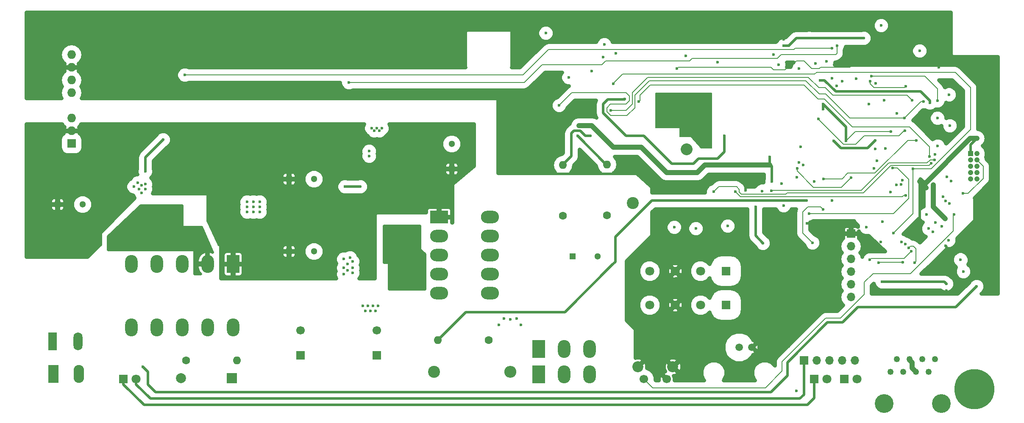
<source format=gbr>
G04 #@! TF.FileFunction,Copper,L4,Bot,Signal*
%FSLAX46Y46*%
G04 Gerber Fmt 4.6, Leading zero omitted, Abs format (unit mm)*
G04 Created by KiCad (PCBNEW 4.0.2-stable) date 5/1/2017 12:34:54 AM*
%MOMM*%
G01*
G04 APERTURE LIST*
%ADD10C,0.100000*%
%ADD11C,1.998980*%
%ADD12R,1.998980X1.998980*%
%ADD13R,1.300000X1.300000*%
%ADD14C,1.300000*%
%ADD15C,1.700000*%
%ADD16R,1.700000X1.700000*%
%ADD17R,1.727200X1.727200*%
%ADD18O,1.727200X1.727200*%
%ADD19O,3.600000X2.500000*%
%ADD20R,3.600000X2.500000*%
%ADD21O,2.500000X3.600000*%
%ADD22R,2.500000X3.600000*%
%ADD23C,1.600000*%
%ADD24O,1.600000X1.600000*%
%ADD25C,2.400000*%
%ADD26O,2.400000X2.400000*%
%ADD27C,2.400000*%
%ADD28C,3.750000*%
%ADD29C,1.250000*%
%ADD30R,2.100000X3.600000*%
%ADD31O,2.100000X3.600000*%
%ADD32O,1.700000X1.700000*%
%ADD33R,1.050000X1.050000*%
%ADD34C,1.050000*%
%ADD35C,8.000000*%
%ADD36R,1.800000X1.800000*%
%ADD37C,1.800000*%
%ADD38R,1.800000X3.600000*%
%ADD39O,1.800000X3.600000*%
%ADD40C,2.200000*%
%ADD41C,1.500000*%
%ADD42C,0.600000*%
%ADD43C,0.180000*%
%ADD44C,0.500000*%
%ADD45C,0.700000*%
%ADD46C,1.000000*%
%ADD47C,0.800000*%
%ADD48C,0.200000*%
G04 APERTURE END LIST*
D10*
D11*
X156464000Y-226824540D03*
D12*
X166624000Y-226824540D03*
D13*
X131826000Y-192024000D03*
D14*
X136826000Y-192024000D03*
D13*
X234696000Y-202438000D03*
D14*
X239696000Y-202438000D03*
D13*
X210566000Y-184912000D03*
D14*
X210566000Y-179912000D03*
D15*
X180340000Y-217250000D03*
D16*
X180340000Y-222250000D03*
D15*
X195580000Y-217250000D03*
D16*
X195580000Y-222250000D03*
D13*
X178054000Y-201422000D03*
D14*
X183054000Y-201422000D03*
D17*
X134620000Y-179832000D03*
D18*
X134620000Y-177292000D03*
X134620000Y-174752000D03*
X134620000Y-169672000D03*
X134620000Y-167132000D03*
X134620000Y-164592000D03*
X134620000Y-162052000D03*
D19*
X208026000Y-209804000D03*
X208026000Y-205994000D03*
X218186000Y-209804000D03*
X218186000Y-205994000D03*
X208026000Y-202184000D03*
X208026000Y-198374000D03*
D20*
X208026000Y-194564000D03*
D19*
X218186000Y-194564000D03*
X218186000Y-198374000D03*
X218186000Y-202184000D03*
D21*
X146558000Y-203962000D03*
X151638000Y-203962000D03*
X146558000Y-216662000D03*
X151638000Y-216662000D03*
X156718000Y-203962000D03*
X161798000Y-203962000D03*
D22*
X166878000Y-203962000D03*
D21*
X166878000Y-216662000D03*
X161798000Y-216662000D03*
X156718000Y-216662000D03*
D23*
X217932000Y-219202000D03*
D24*
X207772000Y-219202000D03*
D25*
X207010000Y-225552000D03*
D26*
X222250000Y-225552000D03*
D23*
X157480000Y-223266000D03*
D24*
X167640000Y-223266000D03*
D25*
X246761000Y-191770000D03*
D27*
X257537307Y-180993693D02*
X257537307Y-180993693D01*
D23*
X232791000Y-194310000D03*
D24*
X232791000Y-184150000D03*
D23*
X241554000Y-194183000D03*
D24*
X241554000Y-184023000D03*
D28*
X308356000Y-231902000D03*
D29*
X299466000Y-223012000D03*
D28*
X296924000Y-231902000D03*
D29*
X302006000Y-223012000D03*
X304546000Y-223012000D03*
X307086000Y-223012000D03*
X298196000Y-225552000D03*
X300736000Y-225552000D03*
X303276000Y-225552000D03*
X305816000Y-225552000D03*
D30*
X131000000Y-226000000D03*
D31*
X136080000Y-226000000D03*
D21*
X238160000Y-226080000D03*
X233080000Y-226080000D03*
D22*
X228000000Y-226080000D03*
X228000000Y-221000000D03*
D21*
X233080000Y-221000000D03*
X238160000Y-221000000D03*
D16*
X280924000Y-223266000D03*
D32*
X283464000Y-223266000D03*
X286004000Y-223266000D03*
X288544000Y-223266000D03*
X291084000Y-223266000D03*
D16*
X290322000Y-197866000D03*
D32*
X290322000Y-200406000D03*
X290322000Y-202946000D03*
X290322000Y-205486000D03*
X290322000Y-208026000D03*
X290322000Y-210566000D03*
D33*
X314198000Y-181864000D03*
D34*
X314198000Y-183134000D03*
X314198000Y-184404000D03*
X314198000Y-185674000D03*
X314198000Y-186944000D03*
X315468000Y-183134000D03*
X315468000Y-184404000D03*
X315468000Y-185674000D03*
X315468000Y-186944000D03*
X315468000Y-181864000D03*
D35*
X315000000Y-229000000D03*
D36*
X289000000Y-227000000D03*
D37*
X291540000Y-227000000D03*
D36*
X283000000Y-227000000D03*
D37*
X285540000Y-227000000D03*
D36*
X145000000Y-227000000D03*
D37*
X147540000Y-227000000D03*
D13*
X178054000Y-186944000D03*
D14*
X183054000Y-186944000D03*
D38*
X130810000Y-219456000D03*
D39*
X135890000Y-219456000D03*
D40*
X247750000Y-224500000D03*
X254750000Y-224500000D03*
D15*
X249000000Y-227000000D03*
X253500000Y-227000000D03*
D37*
X260286500Y-212153500D03*
X255206500Y-212153500D03*
X250126500Y-212153500D03*
D36*
X265366500Y-212153500D03*
D37*
X260286500Y-205359000D03*
X255206500Y-205359000D03*
X250126500Y-205359000D03*
D36*
X265366500Y-205359000D03*
D41*
X268000000Y-220620000D03*
X270540000Y-220620000D03*
D42*
X284734000Y-193040000D03*
X282638500Y-199707500D03*
X269240000Y-189230000D03*
X307848000Y-164592000D03*
X196596000Y-169164000D03*
X219964000Y-170688000D03*
X219964000Y-183388000D03*
X246532400Y-208508600D03*
X262128000Y-187706000D03*
X268986000Y-193294000D03*
X276860000Y-159004000D03*
X274828000Y-162052000D03*
X277876000Y-164338000D03*
X255524000Y-164846000D03*
X258826000Y-159258000D03*
X258064000Y-158496000D03*
X263652000Y-163576000D03*
X243332000Y-158496000D03*
X243332000Y-161798000D03*
X240792000Y-162560000D03*
X295554400Y-183261000D03*
X295173400Y-180949600D03*
X317500000Y-192278000D03*
X238506000Y-165354000D03*
X313436000Y-208280000D03*
X312623200Y-207264000D03*
X296926002Y-171195998D03*
X289306000Y-156972000D03*
X305816000Y-174498000D03*
X294970200Y-184835800D03*
X279400000Y-229362000D03*
X309372000Y-209296000D03*
X301193200Y-199948800D03*
X305816000Y-205486000D03*
X309473600Y-186537600D03*
X300609000Y-187172600D03*
X298246800Y-189560200D03*
X296291000Y-199593200D03*
X309245000Y-200355200D03*
X300431200Y-199593200D03*
X291084000Y-163576000D03*
X302006000Y-163576000D03*
X317855600Y-199632000D03*
X313131200Y-198120000D03*
X288544000Y-167386000D03*
X282956000Y-187452000D03*
X247186660Y-182924660D03*
X251206000Y-195580000D03*
X251460000Y-198882000D03*
X251460000Y-197104000D03*
X250952000Y-194310000D03*
X246634000Y-215646000D03*
X248158000Y-200914000D03*
X253238000Y-198882000D03*
X260604000Y-198120000D03*
X268224000Y-196342000D03*
X274828000Y-195326000D03*
X287782000Y-200152000D03*
X287782000Y-205740000D03*
X286512000Y-211582000D03*
X280162000Y-215138000D03*
X277876000Y-220472000D03*
X279908000Y-183642000D03*
X280289000Y-180467000D03*
X280797000Y-184150000D03*
X236982000Y-174371000D03*
X236982000Y-172085000D03*
X279527000Y-186563000D03*
X237490000Y-185166000D03*
X236728000Y-185166000D03*
X220980000Y-214884000D03*
X223520000Y-214884000D03*
X219964000Y-216154000D03*
X224409000Y-216154000D03*
X222250000Y-215011000D03*
X194310000Y-213360000D03*
X192786000Y-212344000D03*
X193294000Y-213360000D03*
X195326000Y-213360000D03*
X194818000Y-212344000D03*
X193802000Y-212344000D03*
X195834000Y-212344000D03*
X281559000Y-195834000D03*
X284734000Y-195834000D03*
X276517100Y-187833000D03*
X284734000Y-172974000D03*
X241046000Y-160020000D03*
X276860000Y-192278000D03*
X284734000Y-171958000D03*
X298361100Y-177457100D03*
X289306000Y-179324000D03*
X275844000Y-164084000D03*
X286512000Y-191262000D03*
X295198800Y-179222402D03*
X286893000Y-179324000D03*
X274535900Y-187413900D03*
X233934000Y-166624000D03*
X284175200Y-167208202D03*
X306070000Y-171704000D03*
X264414000Y-184150000D03*
X274066000Y-182499000D03*
X236982000Y-176276000D03*
X235966000Y-176276000D03*
X257302000Y-162306000D03*
X272542000Y-189357000D03*
X147828000Y-177800000D03*
X172212000Y-193548000D03*
X189738000Y-203962000D03*
X189738000Y-205232000D03*
X188976000Y-204724000D03*
X188976000Y-202946000D03*
X190754000Y-203454000D03*
X190754000Y-204724000D03*
X190246000Y-202692000D03*
X195072000Y-177292000D03*
X195580000Y-176784000D03*
X194564000Y-176784000D03*
X196088000Y-177292000D03*
X196596000Y-176784000D03*
X172212000Y-192532000D03*
X170942000Y-193548000D03*
X172212000Y-191516000D03*
X170942000Y-192532000D03*
X170942000Y-191516000D03*
X169672000Y-192532000D03*
X169672000Y-193548000D03*
X169672000Y-191516000D03*
X148590000Y-188214000D03*
X147066000Y-188468000D03*
X149352000Y-188976000D03*
X147828000Y-187706000D03*
X148082000Y-188976000D03*
X149352000Y-187960000D03*
X148590000Y-189738000D03*
X188976000Y-205994000D03*
X190754000Y-205740000D03*
X194056000Y-181356000D03*
X194056000Y-182372000D03*
X298678600Y-184772300D03*
X281940000Y-193852800D03*
X305308000Y-188722000D03*
X304038000Y-187452000D03*
X304673000Y-188087000D03*
X314452000Y-178816000D03*
X229362000Y-157734000D03*
X277876000Y-160274000D03*
X276860000Y-160274000D03*
X292862000Y-158750000D03*
X281940000Y-158750000D03*
X303530000Y-199136000D03*
X315468000Y-178816000D03*
X309372000Y-207899000D03*
X302133000Y-207518000D03*
X296545000Y-207518000D03*
X296341800Y-156210000D03*
X297206620Y-180873400D03*
X309118000Y-194881500D03*
X306781200Y-188137800D03*
X255016000Y-196596000D03*
X259334000Y-196850000D03*
X261366000Y-179832000D03*
X261366000Y-178562000D03*
X259334000Y-178562000D03*
X254000000Y-170688000D03*
X254000000Y-171958000D03*
X252476000Y-170688000D03*
X252476000Y-171958000D03*
X290347400Y-186715400D03*
X279590500Y-184835800D03*
X304038000Y-161290000D03*
X307670200Y-180301900D03*
X295287700Y-167767000D03*
X309880000Y-170053000D03*
X305841400Y-196862700D03*
X307200300Y-195668900D03*
X310070500Y-176237900D03*
X306057300Y-182486300D03*
X247942100Y-171475400D03*
X154686000Y-200152000D03*
X151384000Y-200152000D03*
X148844000Y-200152000D03*
X148844000Y-197866000D03*
X148844000Y-195834000D03*
X148844000Y-193294000D03*
X307594000Y-174752000D03*
X309829200Y-199199500D03*
X312762900Y-205460600D03*
X307111400Y-182041800D03*
X308444900Y-196456300D03*
X312750200Y-189826900D03*
X312242200Y-203073000D03*
X294106600Y-203136500D03*
X302387000Y-201422000D03*
X295859200Y-203669900D03*
X300685200Y-203657200D03*
X306374800Y-183781700D03*
X262890000Y-189484000D03*
X274459700Y-189306200D03*
X307060600Y-183095900D03*
X265684000Y-196342000D03*
X310362600Y-187363100D03*
X299466000Y-173799500D03*
X245109994Y-170942000D03*
X265049000Y-178308000D03*
X301294800Y-190233300D03*
X309968900Y-191846200D03*
X267208000Y-189484000D03*
X279984200Y-164820600D03*
X309232300Y-191350900D03*
X308724300Y-190538100D03*
X291338000Y-166878000D03*
X315442600Y-208432400D03*
X148844000Y-224536000D03*
X293878000Y-171958000D03*
X300355000Y-188036200D03*
X235712000Y-178308000D03*
X238252000Y-178308000D03*
X302514000Y-171196000D03*
X242316000Y-173228000D03*
X300990000Y-174752000D03*
X304800000Y-171450000D03*
X232029000Y-172212000D03*
X242824000Y-167894000D03*
X302704500Y-184873900D03*
X298805600Y-197815200D03*
X301244000Y-168402000D03*
X294132000Y-167386000D03*
X301091600Y-177317400D03*
X283819600Y-174879000D03*
X287515300Y-168351200D03*
X299415200Y-188112400D03*
X149352000Y-185420000D03*
X152908000Y-179070000D03*
X281432000Y-191262000D03*
X303441100Y-179197000D03*
X284861000Y-186944000D03*
X303022000Y-203708000D03*
X301879000Y-200710800D03*
X310896000Y-194081400D03*
X294386000Y-166370000D03*
X307632100Y-171259500D03*
X306705000Y-197497700D03*
X157226000Y-166116000D03*
X286512000Y-160782000D03*
X283210000Y-163830000D03*
X293395400Y-196621400D03*
X285483300Y-163385500D03*
X296595800Y-195491100D03*
X305409600Y-194068700D03*
X286588200Y-166827200D03*
X271272000Y-192532000D03*
X272732500Y-199771000D03*
X192278000Y-188468000D03*
X189230000Y-188468000D03*
X202438000Y-207518000D03*
X202438000Y-205232000D03*
X204724000Y-205232000D03*
X204724000Y-202692000D03*
X200152000Y-205486000D03*
X287528000Y-160274000D03*
X189992000Y-167640000D03*
D43*
X284734000Y-193040000D02*
X284226000Y-192532000D01*
X284226000Y-192532000D02*
X281686000Y-192532000D01*
X281686000Y-192532000D02*
X280670000Y-193548000D01*
X280670000Y-193548000D02*
X280670000Y-197739000D01*
X280670000Y-197739000D02*
X282638500Y-199707500D01*
D44*
X305816000Y-205486000D02*
X309372000Y-201930000D01*
X309372000Y-201930000D02*
X309372000Y-200482200D01*
X309372000Y-200482200D02*
X309245000Y-200355200D01*
X269240000Y-189230000D02*
X269240000Y-188087000D01*
X269240000Y-188087000D02*
X267843000Y-186690000D01*
X267843000Y-186690000D02*
X262636000Y-186690000D01*
X262636000Y-186690000D02*
X262128000Y-187198000D01*
X262128000Y-187198000D02*
X262128000Y-187706000D01*
X219964000Y-183388000D02*
X228600000Y-183388000D01*
X228600000Y-183388000D02*
X231140000Y-185928000D01*
X231140000Y-185928000D02*
X243078000Y-185928000D01*
X243078000Y-185928000D02*
X246081340Y-182924660D01*
X246081340Y-182924660D02*
X247186660Y-182924660D01*
D43*
X277876000Y-164338000D02*
X278384000Y-164338000D01*
X278384000Y-164338000D02*
X279400000Y-163322000D01*
X279400000Y-163322000D02*
X280924000Y-163322000D01*
X280924000Y-163322000D02*
X282448000Y-164846000D01*
X282448000Y-164846000D02*
X283972000Y-164846000D01*
X283972000Y-164846000D02*
X284226000Y-164592000D01*
X284226000Y-164592000D02*
X290068000Y-164592000D01*
X290068000Y-164592000D02*
X291084000Y-163576000D01*
X255778000Y-164592000D02*
X274320000Y-164592000D01*
X274320000Y-164592000D02*
X274828000Y-165100000D01*
X274828000Y-165100000D02*
X277114000Y-165100000D01*
X277114000Y-165100000D02*
X277876000Y-164338000D01*
X317855600Y-199632000D02*
X317855600Y-199644000D01*
D45*
X247186660Y-182924660D02*
X247142000Y-182880000D01*
D44*
X281559000Y-195834000D02*
X284734000Y-195834000D01*
X284734000Y-171958000D02*
X284734000Y-172974000D01*
X289306000Y-179324000D02*
X289306000Y-176530000D01*
X289306000Y-176530000D02*
X284734000Y-171958000D01*
D43*
X298361100Y-177457100D02*
X291172900Y-177457100D01*
X291172900Y-177457100D02*
X289306000Y-179324000D01*
D44*
X294898801Y-179522401D02*
X295198800Y-179222402D01*
X293624002Y-180797200D02*
X294898801Y-179522401D01*
X286893000Y-179324000D02*
X288366200Y-180797200D01*
X288366200Y-180797200D02*
X293624002Y-180797200D01*
X274535900Y-184365900D02*
X274535900Y-186989636D01*
X274066000Y-183896000D02*
X274535900Y-184365900D01*
X274535900Y-186989636D02*
X274535900Y-187413900D01*
X284599464Y-167208202D02*
X284175200Y-167208202D01*
X285064202Y-167208202D02*
X284599464Y-167208202D01*
X287274000Y-169418000D02*
X285064202Y-167208202D01*
X306070000Y-171279736D02*
X304208264Y-169418000D01*
X304208264Y-169418000D02*
X287274000Y-169418000D01*
X306070000Y-171704000D02*
X306070000Y-171279736D01*
D46*
X236982000Y-176276000D02*
X235966000Y-176276000D01*
X264414000Y-184150000D02*
X261112000Y-184150000D01*
X261112000Y-184150000D02*
X259588000Y-185674000D01*
X259588000Y-185674000D02*
X253492000Y-185674000D01*
X253492000Y-185674000D02*
X248412000Y-180594000D01*
X248412000Y-180594000D02*
X242824000Y-180594000D01*
X242824000Y-180594000D02*
X238506000Y-176276000D01*
X238506000Y-176276000D02*
X236982000Y-176276000D01*
X264414000Y-184150000D02*
X274066000Y-184150000D01*
D44*
X274066000Y-184150000D02*
X274066000Y-183896000D01*
X274066000Y-182499000D02*
X274066000Y-183896000D01*
D43*
X301854801Y-186996001D02*
X299631100Y-184772300D01*
X299631100Y-184772300D02*
X298678600Y-184772300D01*
X298856400Y-193852800D02*
X301854801Y-190854399D01*
X301854801Y-190854399D02*
X301854801Y-186996001D01*
X281940000Y-193852800D02*
X298856400Y-193852800D01*
D44*
X304673000Y-188087000D02*
X304673000Y-192151000D01*
X304673000Y-192151000D02*
X304038000Y-192786000D01*
X304038000Y-192786000D02*
X304038000Y-198628000D01*
X304038000Y-198628000D02*
X303530000Y-199136000D01*
X145000000Y-227000000D02*
X145000000Y-228058000D01*
X145000000Y-228058000D02*
X149098000Y-232156000D01*
X149098000Y-232156000D02*
X281635200Y-232156000D01*
X281635200Y-232156000D02*
X283000000Y-230791200D01*
X283000000Y-230791200D02*
X283000000Y-227000000D01*
D46*
X314452000Y-178816000D02*
X314159900Y-178816000D01*
X314159900Y-178816000D02*
X304888900Y-188087000D01*
X304888900Y-188087000D02*
X304673000Y-188087000D01*
X304673000Y-188087000D02*
X304038000Y-187452000D01*
X304673000Y-188087000D02*
X305308000Y-188722000D01*
X314452000Y-178816000D02*
X315468000Y-178816000D01*
D44*
X281940000Y-158750000D02*
X279400000Y-158750000D01*
X279400000Y-158750000D02*
X277876000Y-160274000D01*
X277876000Y-160274000D02*
X276860000Y-160274000D01*
X292862000Y-158750000D02*
X281940000Y-158750000D01*
X314198000Y-181864000D02*
X314198000Y-180086000D01*
X314198000Y-180086000D02*
X315468000Y-178816000D01*
X296545000Y-207518000D02*
X302133000Y-207518000D01*
X302133000Y-207518000D02*
X308991000Y-207518000D01*
X308991000Y-207518000D02*
X309372000Y-207899000D01*
X145000000Y-227000000D02*
X145000000Y-227550000D01*
D46*
X306781200Y-192544700D02*
X308818001Y-194581501D01*
X306781200Y-188137800D02*
X306781200Y-192544700D01*
X308818001Y-194581501D02*
X309118000Y-194881500D01*
D43*
X290347400Y-186715400D02*
X288455100Y-188607700D01*
X288455100Y-188607700D02*
X282867100Y-188607700D01*
X282867100Y-188607700D02*
X279590500Y-185331100D01*
X279590500Y-185331100D02*
X279590500Y-184835800D01*
X248189750Y-171227750D02*
X248189750Y-170148250D01*
X248189750Y-170148250D02*
X250190000Y-168148000D01*
X250190000Y-168148000D02*
X280924000Y-168148000D01*
X280924000Y-168148000D02*
X283718000Y-170942000D01*
X283718000Y-170942000D02*
X285064200Y-170942000D01*
X285064200Y-170942000D02*
X285297601Y-171175401D01*
X306057300Y-180492400D02*
X306057300Y-182062036D01*
X290639500Y-176517300D02*
X302082200Y-176517300D01*
X302082200Y-176517300D02*
X306057300Y-180492400D01*
X285297601Y-171175401D02*
X290639500Y-176517300D01*
X247942100Y-171475400D02*
X248189750Y-171227750D01*
X248189750Y-171227750D02*
X248242099Y-171175401D01*
X306057300Y-182062036D02*
X306057300Y-182486300D01*
X313771364Y-189826900D02*
X313174464Y-189826900D01*
X316738000Y-186860264D02*
X313771364Y-189826900D01*
X316738000Y-184404000D02*
X316738000Y-186860264D01*
X315468000Y-183134000D02*
X316738000Y-184404000D01*
X313174464Y-189826900D02*
X312750200Y-189826900D01*
X294106600Y-203136500D02*
X294347900Y-202895200D01*
X294347900Y-202895200D02*
X300913800Y-202895200D01*
X300913800Y-202895200D02*
X302387000Y-201422000D01*
X295859200Y-203669900D02*
X295871900Y-203657200D01*
X295871900Y-203657200D02*
X300685200Y-203657200D01*
D46*
X302006000Y-223012000D02*
X302006000Y-223139000D01*
X302006000Y-223139000D02*
X302514000Y-223647000D01*
X302514000Y-223647000D02*
X302514000Y-224790000D01*
X302514000Y-224790000D02*
X303276000Y-225552000D01*
D43*
X306374800Y-183781700D02*
X305944201Y-184212299D01*
X305944201Y-184212299D02*
X298324201Y-184212299D01*
X298324201Y-184212299D02*
X292798500Y-189738000D01*
X268020800Y-189026800D02*
X267462000Y-188468000D01*
X292798500Y-189738000D02*
X277586302Y-189738000D01*
X277586302Y-189738000D02*
X277332302Y-189992000D01*
X277332302Y-189992000D02*
X268465300Y-189992000D01*
X268465300Y-189992000D02*
X268020800Y-189547500D01*
X268020800Y-189547500D02*
X268020800Y-189026800D01*
X267462000Y-188468000D02*
X263906000Y-188468000D01*
X263906000Y-188468000D02*
X262890000Y-189484000D01*
X307060600Y-183095900D02*
X306158900Y-183095900D01*
X306158900Y-183095900D02*
X305523900Y-183730900D01*
X305523900Y-183730900D02*
X297929300Y-183730900D01*
X297929300Y-183730900D02*
X292430200Y-189230000D01*
X292430200Y-189230000D02*
X274535900Y-189230000D01*
X274535900Y-189230000D02*
X274459700Y-189306200D01*
D44*
X258826000Y-183896000D02*
X259842000Y-182880000D01*
X259842000Y-182880000D02*
X263652000Y-182880000D01*
X263652000Y-182880000D02*
X265049000Y-181483000D01*
X265049000Y-181483000D02*
X265049000Y-178308000D01*
X245364000Y-178308000D02*
X248920000Y-178308000D01*
X248920000Y-178308000D02*
X254508000Y-183896000D01*
X254508000Y-183896000D02*
X258826000Y-183896000D01*
X245364000Y-178308000D02*
X240792000Y-173736000D01*
X245110000Y-170942000D02*
X245109994Y-170942000D01*
X240792000Y-173736000D02*
X240792000Y-171958000D01*
X240792000Y-171958000D02*
X241759494Y-170990506D01*
X241759494Y-170990506D02*
X245158506Y-170990506D01*
X245158506Y-170990506D02*
X245110000Y-170942000D01*
D43*
X267208000Y-189484000D02*
X268224000Y-190500000D01*
X268224000Y-190500000D02*
X300603836Y-190500000D01*
X300603836Y-190500000D02*
X300870536Y-190233300D01*
X300870536Y-190233300D02*
X301294800Y-190233300D01*
D44*
X148844000Y-224536000D02*
X149860000Y-225552000D01*
X149860000Y-225552000D02*
X149860000Y-228092000D01*
X149860000Y-228092000D02*
X151384000Y-229616000D01*
X274320000Y-229616000D02*
X277622000Y-226314000D01*
X277622000Y-226314000D02*
X277622000Y-223647000D01*
X151384000Y-229616000D02*
X274320000Y-229616000D01*
X277622000Y-223647000D02*
X285623000Y-215646000D01*
X285623000Y-215646000D02*
X288696400Y-215646000D01*
X288696400Y-215646000D02*
X291719000Y-212623400D01*
X291719000Y-212623400D02*
X311251600Y-212623400D01*
X311251600Y-212623400D02*
X315442600Y-208432400D01*
X241554000Y-184023000D02*
X241427000Y-184023000D01*
X241427000Y-184023000D02*
X235712000Y-178308000D01*
X234950000Y-177292000D02*
X236220000Y-177292000D01*
X236220000Y-177292000D02*
X237236000Y-178308000D01*
X237236000Y-178308000D02*
X238252000Y-178308000D01*
X232791000Y-184150000D02*
X232791000Y-184023000D01*
X232791000Y-184023000D02*
X234442000Y-182372000D01*
X234442000Y-177800000D02*
X234950000Y-177292000D01*
X234442000Y-182372000D02*
X234442000Y-177800000D01*
D43*
X242316000Y-173228000D02*
X245364000Y-173228000D01*
X245364000Y-173228000D02*
X246634000Y-171958000D01*
X249707400Y-166598600D02*
X281838400Y-166598600D01*
X286740600Y-170180000D02*
X301498000Y-170180000D01*
X246634000Y-171958000D02*
X246634000Y-169672000D01*
X301498000Y-170180000D02*
X302514000Y-171196000D01*
X246634000Y-169672000D02*
X249707400Y-166598600D01*
X281838400Y-166598600D02*
X283895800Y-168656000D01*
X283895800Y-168656000D02*
X285216600Y-168656000D01*
X285216600Y-168656000D02*
X286740600Y-170180000D01*
X300990000Y-174752000D02*
X290068000Y-174752000D01*
X246049800Y-171272200D02*
X246049800Y-170357800D01*
X290068000Y-174752000D02*
X285242000Y-169926000D01*
X283972000Y-169926000D02*
X281330400Y-167284400D01*
X285242000Y-169926000D02*
X283972000Y-169926000D01*
X281330400Y-167284400D02*
X250037600Y-167284400D01*
X242341400Y-174269400D02*
X241554000Y-173482000D01*
X245592600Y-174269400D02*
X242341400Y-174269400D01*
X247142000Y-172720000D02*
X245592600Y-174269400D01*
X247142000Y-170180000D02*
X247142000Y-172720000D01*
X250037600Y-167284400D02*
X247142000Y-170180000D01*
X242290600Y-171958000D02*
X245364000Y-171958000D01*
X241554000Y-172694600D02*
X242290600Y-171958000D01*
X241554000Y-173482000D02*
X241554000Y-172694600D01*
X245364000Y-171958000D02*
X246049800Y-171272200D01*
X246049800Y-170357800D02*
X245364000Y-169672000D01*
X245364000Y-169672000D02*
X234569000Y-169672000D01*
X234569000Y-169672000D02*
X232328999Y-171912001D01*
X232328999Y-171912001D02*
X232029000Y-172212000D01*
X300990000Y-174752000D02*
X304292000Y-171450000D01*
X304292000Y-171450000D02*
X304800000Y-171450000D01*
X242824000Y-167894000D02*
X242824000Y-167843200D01*
X306324000Y-184912000D02*
X302742600Y-184912000D01*
X314198000Y-177038000D02*
X306324000Y-184912000D01*
X314198000Y-168656000D02*
X314198000Y-177038000D01*
X302742600Y-184912000D02*
X302704500Y-184873900D01*
X311150000Y-165608000D02*
X314198000Y-168656000D01*
X283464000Y-165608000D02*
X311150000Y-165608000D01*
X283108400Y-165963600D02*
X283464000Y-165608000D01*
X244703600Y-165963600D02*
X283108400Y-165963600D01*
X242824000Y-167843200D02*
X244703600Y-165963600D01*
X302704500Y-184873900D02*
X302704500Y-193916300D01*
X302704500Y-193916300D02*
X298805600Y-197815200D01*
X301244000Y-168402000D02*
X300990000Y-168656000D01*
X300990000Y-168656000D02*
X294894000Y-168656000D01*
X294894000Y-168656000D02*
X294132000Y-167894000D01*
X294132000Y-167894000D02*
X294132000Y-167386000D01*
X301091600Y-177317400D02*
X300939200Y-177317400D01*
X300939200Y-177317400D02*
X299948600Y-178308000D01*
X299948600Y-178308000D02*
X292989000Y-178308000D01*
X292989000Y-178308000D02*
X291287200Y-180009800D01*
X291287200Y-180009800D02*
X288798000Y-180009800D01*
X288798000Y-180009800D02*
X283819600Y-175031400D01*
X283819600Y-175031400D02*
X283819600Y-174879000D01*
D44*
X149352000Y-182626000D02*
X149352000Y-185420000D01*
X152908000Y-179070000D02*
X149352000Y-182626000D01*
X243255800Y-203377800D02*
X243255800Y-203530200D01*
X243255800Y-203530200D02*
X242620800Y-204165200D01*
X207772000Y-219202000D02*
X213360000Y-213614000D01*
X233172000Y-213614000D02*
X242620800Y-204165200D01*
X213360000Y-213614000D02*
X233172000Y-213614000D01*
X281432000Y-191262000D02*
X250571000Y-191262000D01*
X250571000Y-191262000D02*
X243255800Y-198577200D01*
X243255800Y-198577200D02*
X243255800Y-203377800D01*
D43*
X284861000Y-186944000D02*
X288544000Y-186944000D01*
X288544000Y-186944000D02*
X289699700Y-185788300D01*
X289699700Y-185788300D02*
X295109900Y-185788300D01*
X295109900Y-185788300D02*
X301701200Y-179197000D01*
X301701200Y-179197000D02*
X303441100Y-179197000D01*
X303022000Y-203708000D02*
X303276000Y-203454000D01*
X303276000Y-203454000D02*
X303276000Y-200914000D01*
X303276000Y-200914000D02*
X302768000Y-200406000D01*
X302768000Y-200406000D02*
X302183800Y-200406000D01*
X302183800Y-200406000D02*
X301879000Y-200710800D01*
X310896000Y-194081400D02*
X310730900Y-194246500D01*
X294728900Y-205867000D02*
X292976300Y-207619600D01*
X310730900Y-194246500D02*
X310730900Y-197370700D01*
X310730900Y-197370700D02*
X302234600Y-205867000D01*
X302234600Y-205867000D02*
X294728900Y-205867000D01*
X292976300Y-207619600D02*
X292976300Y-210070700D01*
X292976300Y-210070700D02*
X288213800Y-214833200D01*
X288213800Y-214833200D02*
X285292800Y-214833200D01*
X285292800Y-214833200D02*
X276580600Y-223545400D01*
X276580600Y-223545400D02*
X276580600Y-225386900D01*
X276580600Y-225386900D02*
X273240500Y-228727000D01*
X273240500Y-228727000D02*
X250727000Y-228727000D01*
X250727000Y-228727000D02*
X249000000Y-227000000D01*
X294386000Y-166370000D02*
X305054000Y-166370000D01*
X305054000Y-166370000D02*
X307632100Y-168948100D01*
X307632100Y-168948100D02*
X307632100Y-171259500D01*
X286512000Y-160782000D02*
X279146000Y-160782000D01*
X279146000Y-160782000D02*
X278892000Y-161036000D01*
X278892000Y-161036000D02*
X229870000Y-161036000D01*
X229870000Y-161036000D02*
X224790000Y-166116000D01*
X224790000Y-166116000D02*
X157226000Y-166116000D01*
D44*
X271272000Y-192532000D02*
X271272000Y-198310500D01*
X271272000Y-198310500D02*
X272732500Y-199771000D01*
X189230000Y-188468000D02*
X192278000Y-188468000D01*
D43*
X287528000Y-160274000D02*
X287528000Y-161798000D01*
X287528000Y-161798000D02*
X287274000Y-162052000D01*
X258572000Y-162814000D02*
X258064000Y-163322000D01*
X240538000Y-164084000D02*
X228600000Y-164084000D01*
X287274000Y-162052000D02*
X276352000Y-162052000D01*
X276352000Y-162052000D02*
X275590000Y-162814000D01*
X275590000Y-162814000D02*
X258572000Y-162814000D01*
X258064000Y-163322000D02*
X241300000Y-163322000D01*
X241300000Y-163322000D02*
X240538000Y-164084000D01*
X228600000Y-164084000D02*
X225044000Y-167640000D01*
X225044000Y-167640000D02*
X189992000Y-167640000D01*
D44*
X280924000Y-223266000D02*
X280924000Y-230098600D01*
X280924000Y-230098600D02*
X280136600Y-230886000D01*
X147540000Y-227000000D02*
X147540000Y-228058000D01*
X147540000Y-228058000D02*
X150368000Y-230886000D01*
X150368000Y-230886000D02*
X280136600Y-230886000D01*
D47*
G36*
X269622000Y-192990388D02*
X269622000Y-198310500D01*
X269747599Y-198941928D01*
X270074631Y-199431366D01*
X270105274Y-199477226D01*
X271240975Y-200612927D01*
X271290470Y-200732715D01*
X271768270Y-201211350D01*
X272392866Y-201470704D01*
X273069167Y-201471294D01*
X273694215Y-201213030D01*
X274172850Y-200735230D01*
X274432204Y-200110634D01*
X274432794Y-199434333D01*
X274174530Y-198809285D01*
X273696730Y-198330650D01*
X273575095Y-198280143D01*
X272922000Y-197627048D01*
X272922000Y-192991335D01*
X272954943Y-192912000D01*
X275282561Y-192912000D01*
X275417970Y-193239715D01*
X275895770Y-193718350D01*
X276520366Y-193977704D01*
X277196667Y-193978294D01*
X277821715Y-193720030D01*
X278300350Y-193242230D01*
X278437473Y-192912000D01*
X279337386Y-192912000D01*
X279293419Y-192977801D01*
X279232791Y-193282601D01*
X279180000Y-193548000D01*
X279180000Y-197739000D01*
X279293419Y-198309199D01*
X279616411Y-198792589D01*
X280987648Y-200163826D01*
X281196470Y-200669215D01*
X281674270Y-201147850D01*
X282298866Y-201407204D01*
X282975167Y-201407794D01*
X283600215Y-201149530D01*
X284078850Y-200671730D01*
X284338204Y-200047134D01*
X284338794Y-199370833D01*
X284080530Y-198745785D01*
X283602730Y-198267150D01*
X283094146Y-198055968D01*
X282160000Y-197121822D01*
X282160000Y-196876762D01*
X288772000Y-196876762D01*
X288772000Y-197591000D01*
X288947000Y-197766000D01*
X290222000Y-197766000D01*
X290222000Y-196491000D01*
X290047000Y-196316000D01*
X289332761Y-196316000D01*
X289075482Y-196422569D01*
X288878568Y-196619482D01*
X288772000Y-196876762D01*
X282160000Y-196876762D01*
X282160000Y-195552992D01*
X282276667Y-195553094D01*
X282785618Y-195342800D01*
X290941402Y-195342800D01*
X290969514Y-195481622D01*
X291062696Y-195616185D01*
X291715071Y-196235105D01*
X291695696Y-196281766D01*
X291695462Y-196549513D01*
X291568518Y-196422569D01*
X291311239Y-196316000D01*
X290597000Y-196316000D01*
X290422000Y-196491000D01*
X290422000Y-197766000D01*
X291697000Y-197766000D01*
X291872000Y-197591000D01*
X291872000Y-197386184D01*
X291953370Y-197583115D01*
X292431170Y-198061750D01*
X293055766Y-198321104D01*
X293732067Y-198321694D01*
X293859116Y-198269199D01*
X297164631Y-201405200D01*
X294347900Y-201405200D01*
X294190178Y-201436573D01*
X293769933Y-201436206D01*
X293144885Y-201694470D01*
X292666250Y-202172270D01*
X292528272Y-202504559D01*
X292444809Y-202084962D01*
X292171549Y-201676000D01*
X292444809Y-201267038D01*
X292616080Y-200406000D01*
X292444809Y-199544962D01*
X291957070Y-198815010D01*
X291872000Y-198758168D01*
X291872000Y-198141000D01*
X291697000Y-197966000D01*
X290422000Y-197966000D01*
X290422000Y-197986000D01*
X290222000Y-197986000D01*
X290222000Y-197966000D01*
X288947000Y-197966000D01*
X288772000Y-198141000D01*
X288772000Y-198758168D01*
X288686930Y-198815010D01*
X288199191Y-199544962D01*
X288027920Y-200406000D01*
X288199191Y-201267038D01*
X288472451Y-201676000D01*
X288199191Y-202084962D01*
X288027920Y-202946000D01*
X288199191Y-203807038D01*
X288472451Y-204216000D01*
X288199191Y-204624962D01*
X288027920Y-205486000D01*
X288199191Y-206347038D01*
X288472451Y-206756000D01*
X288199191Y-207164962D01*
X288027920Y-208026000D01*
X288199191Y-208887038D01*
X288472451Y-209296000D01*
X288199191Y-209704962D01*
X288027920Y-210566000D01*
X288199191Y-211427038D01*
X288686930Y-212156990D01*
X288744419Y-212195403D01*
X287596622Y-213343200D01*
X285292800Y-213343200D01*
X284722602Y-213456619D01*
X284487065Y-213614000D01*
X284239211Y-213779611D01*
X275527011Y-222491811D01*
X275204019Y-222975201D01*
X275119749Y-223398858D01*
X275090600Y-223545400D01*
X275090600Y-224246262D01*
X274469625Y-223624202D01*
X273569473Y-223250427D01*
X272594803Y-223249576D01*
X271694000Y-223621780D01*
X271004202Y-224310375D01*
X270630427Y-225210527D01*
X270629576Y-226185197D01*
X271001780Y-227086000D01*
X271152517Y-227237000D01*
X264848166Y-227237000D01*
X264995798Y-227089625D01*
X265369573Y-226189473D01*
X265370424Y-225214803D01*
X264998220Y-224314000D01*
X264309625Y-223624202D01*
X263409473Y-223250427D01*
X262434803Y-223249576D01*
X261534000Y-223621780D01*
X260844202Y-224310375D01*
X260470427Y-225210527D01*
X260469576Y-226185197D01*
X260841780Y-227086000D01*
X260992517Y-227237000D01*
X255056149Y-227237000D01*
X255042138Y-226654503D01*
X254894473Y-226298008D01*
X255135442Y-226294334D01*
X255746237Y-226041333D01*
X255851142Y-225742563D01*
X254750000Y-224641421D01*
X254735858Y-224655564D01*
X254594437Y-224514143D01*
X254608579Y-224500000D01*
X254891421Y-224500000D01*
X255992563Y-225601142D01*
X256291333Y-225496237D01*
X256555250Y-224830560D01*
X256544334Y-224114558D01*
X256291333Y-223503763D01*
X255992563Y-223398858D01*
X254891421Y-224500000D01*
X254608579Y-224500000D01*
X253507437Y-223398858D01*
X253208667Y-223503763D01*
X252944750Y-224169440D01*
X252955666Y-224885442D01*
X253192394Y-225456951D01*
X253154503Y-225457862D01*
X252653847Y-225665240D01*
X252579486Y-225938064D01*
X253500000Y-226858579D01*
X253514142Y-226844436D01*
X253655564Y-226985858D01*
X253641421Y-227000000D01*
X253655564Y-227014143D01*
X253514143Y-227155564D01*
X253500000Y-227141421D01*
X253485858Y-227155564D01*
X253344437Y-227014143D01*
X253358579Y-227000000D01*
X252438064Y-226079486D01*
X252165240Y-226153847D01*
X251943034Y-226729047D01*
X251955252Y-227237000D01*
X251344178Y-227237000D01*
X251249876Y-227142698D01*
X251250390Y-226554411D01*
X250908569Y-225727142D01*
X250276187Y-225093655D01*
X249554694Y-224794065D01*
X249544334Y-224114558D01*
X249291333Y-223503763D01*
X248992563Y-223398858D01*
X247891421Y-224500000D01*
X247905564Y-224514143D01*
X247764143Y-224655564D01*
X247750000Y-224641421D01*
X247735858Y-224655564D01*
X247594437Y-224514143D01*
X247608579Y-224500000D01*
X247594437Y-224485858D01*
X247735858Y-224344437D01*
X247750000Y-224358579D01*
X248851142Y-223257437D01*
X253648858Y-223257437D01*
X254750000Y-224358579D01*
X255851142Y-223257437D01*
X255746237Y-222958667D01*
X255080560Y-222694750D01*
X254364558Y-222705666D01*
X253753763Y-222958667D01*
X253648858Y-223257437D01*
X248851142Y-223257437D01*
X248746237Y-222958667D01*
X248080560Y-222694750D01*
X247364558Y-222705666D01*
X247288000Y-222737378D01*
X247288000Y-221243825D01*
X264849455Y-221243825D01*
X265328003Y-222402001D01*
X266213339Y-223288883D01*
X267370677Y-223769452D01*
X268623825Y-223770545D01*
X269782001Y-223291997D01*
X270668883Y-222406661D01*
X270811640Y-222062863D01*
X270869513Y-222061218D01*
X271326094Y-221872096D01*
X271388221Y-221609642D01*
X271113789Y-221335210D01*
X271149452Y-221249323D01*
X271149593Y-221088172D01*
X271529642Y-221468221D01*
X271792096Y-221406094D01*
X271997612Y-220867100D01*
X271981218Y-220290487D01*
X271792096Y-219833906D01*
X271529642Y-219771779D01*
X271150410Y-220151011D01*
X271150545Y-219996175D01*
X271113079Y-219905500D01*
X271388221Y-219630358D01*
X271326094Y-219367904D01*
X270809572Y-219170957D01*
X270671997Y-218837999D01*
X269786661Y-217951117D01*
X268629323Y-217470548D01*
X267376175Y-217469455D01*
X266217999Y-217948003D01*
X265331117Y-218833339D01*
X264850548Y-219990677D01*
X264849455Y-221243825D01*
X247288000Y-221243825D01*
X247288000Y-217170000D01*
X247256486Y-217014378D01*
X247170843Y-216887157D01*
X245510000Y-215226314D01*
X245510000Y-212608991D01*
X247826101Y-212608991D01*
X248175518Y-213454643D01*
X248821953Y-214102208D01*
X249666995Y-214453100D01*
X250581991Y-214453899D01*
X251427643Y-214104482D01*
X252075208Y-213458047D01*
X252160943Y-213251572D01*
X254249849Y-213251572D01*
X254330324Y-213529584D01*
X254923623Y-213760133D01*
X255559988Y-213746088D01*
X256082676Y-213529584D01*
X256163151Y-213251572D01*
X255206500Y-212294921D01*
X254249849Y-213251572D01*
X252160943Y-213251572D01*
X252426100Y-212613005D01*
X252426748Y-211870623D01*
X253599867Y-211870623D01*
X253613912Y-212506988D01*
X253830416Y-213029676D01*
X254108428Y-213110151D01*
X255065079Y-212153500D01*
X255347921Y-212153500D01*
X256304572Y-213110151D01*
X256582584Y-213029676D01*
X256746057Y-212608991D01*
X257986101Y-212608991D01*
X258335518Y-213454643D01*
X258981953Y-214102208D01*
X259826995Y-214453100D01*
X260741991Y-214453899D01*
X261587643Y-214104482D01*
X262117679Y-213575371D01*
X262186832Y-213942887D01*
X262712458Y-214759734D01*
X263514473Y-215307727D01*
X264466500Y-215500518D01*
X266266500Y-215500518D01*
X267155887Y-215333168D01*
X267972734Y-214807542D01*
X268520727Y-214005527D01*
X268713518Y-213053500D01*
X268713518Y-211253500D01*
X268546168Y-210364113D01*
X268020542Y-209547266D01*
X267218527Y-208999273D01*
X266266500Y-208806482D01*
X264466500Y-208806482D01*
X263577113Y-208973832D01*
X262760266Y-209499458D01*
X262212273Y-210301473D01*
X262123781Y-210738457D01*
X261591047Y-210204792D01*
X260746005Y-209853900D01*
X259831009Y-209853101D01*
X258985357Y-210202518D01*
X258337792Y-210848953D01*
X257986900Y-211693995D01*
X257986101Y-212608991D01*
X256746057Y-212608991D01*
X256813133Y-212436377D01*
X256799088Y-211800012D01*
X256582584Y-211277324D01*
X256304572Y-211196849D01*
X255347921Y-212153500D01*
X255065079Y-212153500D01*
X254108428Y-211196849D01*
X253830416Y-211277324D01*
X253599867Y-211870623D01*
X252426748Y-211870623D01*
X252426899Y-211698009D01*
X252161390Y-211055428D01*
X254249849Y-211055428D01*
X255206500Y-212012079D01*
X256163151Y-211055428D01*
X256082676Y-210777416D01*
X255489377Y-210546867D01*
X254853012Y-210560912D01*
X254330324Y-210777416D01*
X254249849Y-211055428D01*
X252161390Y-211055428D01*
X252077482Y-210852357D01*
X251431047Y-210204792D01*
X250586005Y-209853900D01*
X249671009Y-209853101D01*
X248825357Y-210202518D01*
X248177792Y-210848953D01*
X247826900Y-211693995D01*
X247826101Y-212608991D01*
X245510000Y-212608991D01*
X245510000Y-205814491D01*
X247826101Y-205814491D01*
X248175518Y-206660143D01*
X248821953Y-207307708D01*
X249666995Y-207658600D01*
X250581991Y-207659399D01*
X251427643Y-207309982D01*
X252075208Y-206663547D01*
X252160943Y-206457072D01*
X254249849Y-206457072D01*
X254330324Y-206735084D01*
X254923623Y-206965633D01*
X255559988Y-206951588D01*
X256082676Y-206735084D01*
X256163151Y-206457072D01*
X255206500Y-205500421D01*
X254249849Y-206457072D01*
X252160943Y-206457072D01*
X252426100Y-205818505D01*
X252426748Y-205076123D01*
X253599867Y-205076123D01*
X253613912Y-205712488D01*
X253830416Y-206235176D01*
X254108428Y-206315651D01*
X255065079Y-205359000D01*
X255347921Y-205359000D01*
X256304572Y-206315651D01*
X256582584Y-206235176D01*
X256746057Y-205814491D01*
X257986101Y-205814491D01*
X258335518Y-206660143D01*
X258981953Y-207307708D01*
X259826995Y-207658600D01*
X260741991Y-207659399D01*
X261587643Y-207309982D01*
X262117679Y-206780871D01*
X262186832Y-207148387D01*
X262712458Y-207965234D01*
X263514473Y-208513227D01*
X264466500Y-208706018D01*
X266266500Y-208706018D01*
X267155887Y-208538668D01*
X267972734Y-208013042D01*
X268520727Y-207211027D01*
X268713518Y-206259000D01*
X268713518Y-204459000D01*
X268546168Y-203569613D01*
X268020542Y-202752766D01*
X267218527Y-202204773D01*
X266266500Y-202011982D01*
X264466500Y-202011982D01*
X263577113Y-202179332D01*
X262760266Y-202704958D01*
X262212273Y-203506973D01*
X262123781Y-203943957D01*
X261591047Y-203410292D01*
X260746005Y-203059400D01*
X259831009Y-203058601D01*
X258985357Y-203408018D01*
X258337792Y-204054453D01*
X257986900Y-204899495D01*
X257986101Y-205814491D01*
X256746057Y-205814491D01*
X256813133Y-205641877D01*
X256799088Y-205005512D01*
X256582584Y-204482824D01*
X256304572Y-204402349D01*
X255347921Y-205359000D01*
X255065079Y-205359000D01*
X254108428Y-204402349D01*
X253830416Y-204482824D01*
X253599867Y-205076123D01*
X252426748Y-205076123D01*
X252426899Y-204903509D01*
X252161390Y-204260928D01*
X254249849Y-204260928D01*
X255206500Y-205217579D01*
X256163151Y-204260928D01*
X256082676Y-203982916D01*
X255489377Y-203752367D01*
X254853012Y-203766412D01*
X254330324Y-203982916D01*
X254249849Y-204260928D01*
X252161390Y-204260928D01*
X252077482Y-204057857D01*
X251431047Y-203410292D01*
X250586005Y-203059400D01*
X249671009Y-203058601D01*
X248825357Y-203408018D01*
X248177792Y-204054453D01*
X247826900Y-204899495D01*
X247826101Y-205814491D01*
X245510000Y-205814491D01*
X245510000Y-203365686D01*
X250472843Y-198402843D01*
X250560600Y-198270517D01*
X250590000Y-198120000D01*
X250590000Y-196932667D01*
X253315706Y-196932667D01*
X253573970Y-197557715D01*
X254051770Y-198036350D01*
X254676366Y-198295704D01*
X255352667Y-198296294D01*
X255977715Y-198038030D01*
X256456350Y-197560230D01*
X256611466Y-197186667D01*
X257633706Y-197186667D01*
X257891970Y-197811715D01*
X258369770Y-198290350D01*
X258994366Y-198549704D01*
X259670667Y-198550294D01*
X260295715Y-198292030D01*
X260774350Y-197814230D01*
X261033704Y-197189634D01*
X261034149Y-196678667D01*
X263983706Y-196678667D01*
X264241970Y-197303715D01*
X264719770Y-197782350D01*
X265344366Y-198041704D01*
X266020667Y-198042294D01*
X266645715Y-197784030D01*
X267124350Y-197306230D01*
X267383704Y-196681634D01*
X267384294Y-196005333D01*
X267126030Y-195380285D01*
X266648230Y-194901650D01*
X266023634Y-194642296D01*
X265347333Y-194641706D01*
X264722285Y-194899970D01*
X264243650Y-195377770D01*
X263984296Y-196002366D01*
X263983706Y-196678667D01*
X261034149Y-196678667D01*
X261034294Y-196513333D01*
X260776030Y-195888285D01*
X260298230Y-195409650D01*
X259673634Y-195150296D01*
X258997333Y-195149706D01*
X258372285Y-195407970D01*
X257893650Y-195885770D01*
X257634296Y-196510366D01*
X257633706Y-197186667D01*
X256611466Y-197186667D01*
X256715704Y-196935634D01*
X256716294Y-196259333D01*
X256458030Y-195634285D01*
X255980230Y-195155650D01*
X255355634Y-194896296D01*
X254679333Y-194895706D01*
X254054285Y-195153970D01*
X253575650Y-195631770D01*
X253316296Y-196256366D01*
X253315706Y-196932667D01*
X250590000Y-196932667D01*
X250590000Y-193576452D01*
X251254452Y-192912000D01*
X269589611Y-192912000D01*
X269622000Y-192990388D01*
X269622000Y-192990388D01*
G37*
X269622000Y-192990388D02*
X269622000Y-198310500D01*
X269747599Y-198941928D01*
X270074631Y-199431366D01*
X270105274Y-199477226D01*
X271240975Y-200612927D01*
X271290470Y-200732715D01*
X271768270Y-201211350D01*
X272392866Y-201470704D01*
X273069167Y-201471294D01*
X273694215Y-201213030D01*
X274172850Y-200735230D01*
X274432204Y-200110634D01*
X274432794Y-199434333D01*
X274174530Y-198809285D01*
X273696730Y-198330650D01*
X273575095Y-198280143D01*
X272922000Y-197627048D01*
X272922000Y-192991335D01*
X272954943Y-192912000D01*
X275282561Y-192912000D01*
X275417970Y-193239715D01*
X275895770Y-193718350D01*
X276520366Y-193977704D01*
X277196667Y-193978294D01*
X277821715Y-193720030D01*
X278300350Y-193242230D01*
X278437473Y-192912000D01*
X279337386Y-192912000D01*
X279293419Y-192977801D01*
X279232791Y-193282601D01*
X279180000Y-193548000D01*
X279180000Y-197739000D01*
X279293419Y-198309199D01*
X279616411Y-198792589D01*
X280987648Y-200163826D01*
X281196470Y-200669215D01*
X281674270Y-201147850D01*
X282298866Y-201407204D01*
X282975167Y-201407794D01*
X283600215Y-201149530D01*
X284078850Y-200671730D01*
X284338204Y-200047134D01*
X284338794Y-199370833D01*
X284080530Y-198745785D01*
X283602730Y-198267150D01*
X283094146Y-198055968D01*
X282160000Y-197121822D01*
X282160000Y-196876762D01*
X288772000Y-196876762D01*
X288772000Y-197591000D01*
X288947000Y-197766000D01*
X290222000Y-197766000D01*
X290222000Y-196491000D01*
X290047000Y-196316000D01*
X289332761Y-196316000D01*
X289075482Y-196422569D01*
X288878568Y-196619482D01*
X288772000Y-196876762D01*
X282160000Y-196876762D01*
X282160000Y-195552992D01*
X282276667Y-195553094D01*
X282785618Y-195342800D01*
X290941402Y-195342800D01*
X290969514Y-195481622D01*
X291062696Y-195616185D01*
X291715071Y-196235105D01*
X291695696Y-196281766D01*
X291695462Y-196549513D01*
X291568518Y-196422569D01*
X291311239Y-196316000D01*
X290597000Y-196316000D01*
X290422000Y-196491000D01*
X290422000Y-197766000D01*
X291697000Y-197766000D01*
X291872000Y-197591000D01*
X291872000Y-197386184D01*
X291953370Y-197583115D01*
X292431170Y-198061750D01*
X293055766Y-198321104D01*
X293732067Y-198321694D01*
X293859116Y-198269199D01*
X297164631Y-201405200D01*
X294347900Y-201405200D01*
X294190178Y-201436573D01*
X293769933Y-201436206D01*
X293144885Y-201694470D01*
X292666250Y-202172270D01*
X292528272Y-202504559D01*
X292444809Y-202084962D01*
X292171549Y-201676000D01*
X292444809Y-201267038D01*
X292616080Y-200406000D01*
X292444809Y-199544962D01*
X291957070Y-198815010D01*
X291872000Y-198758168D01*
X291872000Y-198141000D01*
X291697000Y-197966000D01*
X290422000Y-197966000D01*
X290422000Y-197986000D01*
X290222000Y-197986000D01*
X290222000Y-197966000D01*
X288947000Y-197966000D01*
X288772000Y-198141000D01*
X288772000Y-198758168D01*
X288686930Y-198815010D01*
X288199191Y-199544962D01*
X288027920Y-200406000D01*
X288199191Y-201267038D01*
X288472451Y-201676000D01*
X288199191Y-202084962D01*
X288027920Y-202946000D01*
X288199191Y-203807038D01*
X288472451Y-204216000D01*
X288199191Y-204624962D01*
X288027920Y-205486000D01*
X288199191Y-206347038D01*
X288472451Y-206756000D01*
X288199191Y-207164962D01*
X288027920Y-208026000D01*
X288199191Y-208887038D01*
X288472451Y-209296000D01*
X288199191Y-209704962D01*
X288027920Y-210566000D01*
X288199191Y-211427038D01*
X288686930Y-212156990D01*
X288744419Y-212195403D01*
X287596622Y-213343200D01*
X285292800Y-213343200D01*
X284722602Y-213456619D01*
X284487065Y-213614000D01*
X284239211Y-213779611D01*
X275527011Y-222491811D01*
X275204019Y-222975201D01*
X275119749Y-223398858D01*
X275090600Y-223545400D01*
X275090600Y-224246262D01*
X274469625Y-223624202D01*
X273569473Y-223250427D01*
X272594803Y-223249576D01*
X271694000Y-223621780D01*
X271004202Y-224310375D01*
X270630427Y-225210527D01*
X270629576Y-226185197D01*
X271001780Y-227086000D01*
X271152517Y-227237000D01*
X264848166Y-227237000D01*
X264995798Y-227089625D01*
X265369573Y-226189473D01*
X265370424Y-225214803D01*
X264998220Y-224314000D01*
X264309625Y-223624202D01*
X263409473Y-223250427D01*
X262434803Y-223249576D01*
X261534000Y-223621780D01*
X260844202Y-224310375D01*
X260470427Y-225210527D01*
X260469576Y-226185197D01*
X260841780Y-227086000D01*
X260992517Y-227237000D01*
X255056149Y-227237000D01*
X255042138Y-226654503D01*
X254894473Y-226298008D01*
X255135442Y-226294334D01*
X255746237Y-226041333D01*
X255851142Y-225742563D01*
X254750000Y-224641421D01*
X254735858Y-224655564D01*
X254594437Y-224514143D01*
X254608579Y-224500000D01*
X254891421Y-224500000D01*
X255992563Y-225601142D01*
X256291333Y-225496237D01*
X256555250Y-224830560D01*
X256544334Y-224114558D01*
X256291333Y-223503763D01*
X255992563Y-223398858D01*
X254891421Y-224500000D01*
X254608579Y-224500000D01*
X253507437Y-223398858D01*
X253208667Y-223503763D01*
X252944750Y-224169440D01*
X252955666Y-224885442D01*
X253192394Y-225456951D01*
X253154503Y-225457862D01*
X252653847Y-225665240D01*
X252579486Y-225938064D01*
X253500000Y-226858579D01*
X253514142Y-226844436D01*
X253655564Y-226985858D01*
X253641421Y-227000000D01*
X253655564Y-227014143D01*
X253514143Y-227155564D01*
X253500000Y-227141421D01*
X253485858Y-227155564D01*
X253344437Y-227014143D01*
X253358579Y-227000000D01*
X252438064Y-226079486D01*
X252165240Y-226153847D01*
X251943034Y-226729047D01*
X251955252Y-227237000D01*
X251344178Y-227237000D01*
X251249876Y-227142698D01*
X251250390Y-226554411D01*
X250908569Y-225727142D01*
X250276187Y-225093655D01*
X249554694Y-224794065D01*
X249544334Y-224114558D01*
X249291333Y-223503763D01*
X248992563Y-223398858D01*
X247891421Y-224500000D01*
X247905564Y-224514143D01*
X247764143Y-224655564D01*
X247750000Y-224641421D01*
X247735858Y-224655564D01*
X247594437Y-224514143D01*
X247608579Y-224500000D01*
X247594437Y-224485858D01*
X247735858Y-224344437D01*
X247750000Y-224358579D01*
X248851142Y-223257437D01*
X253648858Y-223257437D01*
X254750000Y-224358579D01*
X255851142Y-223257437D01*
X255746237Y-222958667D01*
X255080560Y-222694750D01*
X254364558Y-222705666D01*
X253753763Y-222958667D01*
X253648858Y-223257437D01*
X248851142Y-223257437D01*
X248746237Y-222958667D01*
X248080560Y-222694750D01*
X247364558Y-222705666D01*
X247288000Y-222737378D01*
X247288000Y-221243825D01*
X264849455Y-221243825D01*
X265328003Y-222402001D01*
X266213339Y-223288883D01*
X267370677Y-223769452D01*
X268623825Y-223770545D01*
X269782001Y-223291997D01*
X270668883Y-222406661D01*
X270811640Y-222062863D01*
X270869513Y-222061218D01*
X271326094Y-221872096D01*
X271388221Y-221609642D01*
X271113789Y-221335210D01*
X271149452Y-221249323D01*
X271149593Y-221088172D01*
X271529642Y-221468221D01*
X271792096Y-221406094D01*
X271997612Y-220867100D01*
X271981218Y-220290487D01*
X271792096Y-219833906D01*
X271529642Y-219771779D01*
X271150410Y-220151011D01*
X271150545Y-219996175D01*
X271113079Y-219905500D01*
X271388221Y-219630358D01*
X271326094Y-219367904D01*
X270809572Y-219170957D01*
X270671997Y-218837999D01*
X269786661Y-217951117D01*
X268629323Y-217470548D01*
X267376175Y-217469455D01*
X266217999Y-217948003D01*
X265331117Y-218833339D01*
X264850548Y-219990677D01*
X264849455Y-221243825D01*
X247288000Y-221243825D01*
X247288000Y-217170000D01*
X247256486Y-217014378D01*
X247170843Y-216887157D01*
X245510000Y-215226314D01*
X245510000Y-212608991D01*
X247826101Y-212608991D01*
X248175518Y-213454643D01*
X248821953Y-214102208D01*
X249666995Y-214453100D01*
X250581991Y-214453899D01*
X251427643Y-214104482D01*
X252075208Y-213458047D01*
X252160943Y-213251572D01*
X254249849Y-213251572D01*
X254330324Y-213529584D01*
X254923623Y-213760133D01*
X255559988Y-213746088D01*
X256082676Y-213529584D01*
X256163151Y-213251572D01*
X255206500Y-212294921D01*
X254249849Y-213251572D01*
X252160943Y-213251572D01*
X252426100Y-212613005D01*
X252426748Y-211870623D01*
X253599867Y-211870623D01*
X253613912Y-212506988D01*
X253830416Y-213029676D01*
X254108428Y-213110151D01*
X255065079Y-212153500D01*
X255347921Y-212153500D01*
X256304572Y-213110151D01*
X256582584Y-213029676D01*
X256746057Y-212608991D01*
X257986101Y-212608991D01*
X258335518Y-213454643D01*
X258981953Y-214102208D01*
X259826995Y-214453100D01*
X260741991Y-214453899D01*
X261587643Y-214104482D01*
X262117679Y-213575371D01*
X262186832Y-213942887D01*
X262712458Y-214759734D01*
X263514473Y-215307727D01*
X264466500Y-215500518D01*
X266266500Y-215500518D01*
X267155887Y-215333168D01*
X267972734Y-214807542D01*
X268520727Y-214005527D01*
X268713518Y-213053500D01*
X268713518Y-211253500D01*
X268546168Y-210364113D01*
X268020542Y-209547266D01*
X267218527Y-208999273D01*
X266266500Y-208806482D01*
X264466500Y-208806482D01*
X263577113Y-208973832D01*
X262760266Y-209499458D01*
X262212273Y-210301473D01*
X262123781Y-210738457D01*
X261591047Y-210204792D01*
X260746005Y-209853900D01*
X259831009Y-209853101D01*
X258985357Y-210202518D01*
X258337792Y-210848953D01*
X257986900Y-211693995D01*
X257986101Y-212608991D01*
X256746057Y-212608991D01*
X256813133Y-212436377D01*
X256799088Y-211800012D01*
X256582584Y-211277324D01*
X256304572Y-211196849D01*
X255347921Y-212153500D01*
X255065079Y-212153500D01*
X254108428Y-211196849D01*
X253830416Y-211277324D01*
X253599867Y-211870623D01*
X252426748Y-211870623D01*
X252426899Y-211698009D01*
X252161390Y-211055428D01*
X254249849Y-211055428D01*
X255206500Y-212012079D01*
X256163151Y-211055428D01*
X256082676Y-210777416D01*
X255489377Y-210546867D01*
X254853012Y-210560912D01*
X254330324Y-210777416D01*
X254249849Y-211055428D01*
X252161390Y-211055428D01*
X252077482Y-210852357D01*
X251431047Y-210204792D01*
X250586005Y-209853900D01*
X249671009Y-209853101D01*
X248825357Y-210202518D01*
X248177792Y-210848953D01*
X247826900Y-211693995D01*
X247826101Y-212608991D01*
X245510000Y-212608991D01*
X245510000Y-205814491D01*
X247826101Y-205814491D01*
X248175518Y-206660143D01*
X248821953Y-207307708D01*
X249666995Y-207658600D01*
X250581991Y-207659399D01*
X251427643Y-207309982D01*
X252075208Y-206663547D01*
X252160943Y-206457072D01*
X254249849Y-206457072D01*
X254330324Y-206735084D01*
X254923623Y-206965633D01*
X255559988Y-206951588D01*
X256082676Y-206735084D01*
X256163151Y-206457072D01*
X255206500Y-205500421D01*
X254249849Y-206457072D01*
X252160943Y-206457072D01*
X252426100Y-205818505D01*
X252426748Y-205076123D01*
X253599867Y-205076123D01*
X253613912Y-205712488D01*
X253830416Y-206235176D01*
X254108428Y-206315651D01*
X255065079Y-205359000D01*
X255347921Y-205359000D01*
X256304572Y-206315651D01*
X256582584Y-206235176D01*
X256746057Y-205814491D01*
X257986101Y-205814491D01*
X258335518Y-206660143D01*
X258981953Y-207307708D01*
X259826995Y-207658600D01*
X260741991Y-207659399D01*
X261587643Y-207309982D01*
X262117679Y-206780871D01*
X262186832Y-207148387D01*
X262712458Y-207965234D01*
X263514473Y-208513227D01*
X264466500Y-208706018D01*
X266266500Y-208706018D01*
X267155887Y-208538668D01*
X267972734Y-208013042D01*
X268520727Y-207211027D01*
X268713518Y-206259000D01*
X268713518Y-204459000D01*
X268546168Y-203569613D01*
X268020542Y-202752766D01*
X267218527Y-202204773D01*
X266266500Y-202011982D01*
X264466500Y-202011982D01*
X263577113Y-202179332D01*
X262760266Y-202704958D01*
X262212273Y-203506973D01*
X262123781Y-203943957D01*
X261591047Y-203410292D01*
X260746005Y-203059400D01*
X259831009Y-203058601D01*
X258985357Y-203408018D01*
X258337792Y-204054453D01*
X257986900Y-204899495D01*
X257986101Y-205814491D01*
X256746057Y-205814491D01*
X256813133Y-205641877D01*
X256799088Y-205005512D01*
X256582584Y-204482824D01*
X256304572Y-204402349D01*
X255347921Y-205359000D01*
X255065079Y-205359000D01*
X254108428Y-204402349D01*
X253830416Y-204482824D01*
X253599867Y-205076123D01*
X252426748Y-205076123D01*
X252426899Y-204903509D01*
X252161390Y-204260928D01*
X254249849Y-204260928D01*
X255206500Y-205217579D01*
X256163151Y-204260928D01*
X256082676Y-203982916D01*
X255489377Y-203752367D01*
X254853012Y-203766412D01*
X254330324Y-203982916D01*
X254249849Y-204260928D01*
X252161390Y-204260928D01*
X252077482Y-204057857D01*
X251431047Y-203410292D01*
X250586005Y-203059400D01*
X249671009Y-203058601D01*
X248825357Y-203408018D01*
X248177792Y-204054453D01*
X247826900Y-204899495D01*
X247826101Y-205814491D01*
X245510000Y-205814491D01*
X245510000Y-203365686D01*
X250472843Y-198402843D01*
X250560600Y-198270517D01*
X250590000Y-198120000D01*
X250590000Y-196932667D01*
X253315706Y-196932667D01*
X253573970Y-197557715D01*
X254051770Y-198036350D01*
X254676366Y-198295704D01*
X255352667Y-198296294D01*
X255977715Y-198038030D01*
X256456350Y-197560230D01*
X256611466Y-197186667D01*
X257633706Y-197186667D01*
X257891970Y-197811715D01*
X258369770Y-198290350D01*
X258994366Y-198549704D01*
X259670667Y-198550294D01*
X260295715Y-198292030D01*
X260774350Y-197814230D01*
X261033704Y-197189634D01*
X261034149Y-196678667D01*
X263983706Y-196678667D01*
X264241970Y-197303715D01*
X264719770Y-197782350D01*
X265344366Y-198041704D01*
X266020667Y-198042294D01*
X266645715Y-197784030D01*
X267124350Y-197306230D01*
X267383704Y-196681634D01*
X267384294Y-196005333D01*
X267126030Y-195380285D01*
X266648230Y-194901650D01*
X266023634Y-194642296D01*
X265347333Y-194641706D01*
X264722285Y-194899970D01*
X264243650Y-195377770D01*
X263984296Y-196002366D01*
X263983706Y-196678667D01*
X261034149Y-196678667D01*
X261034294Y-196513333D01*
X260776030Y-195888285D01*
X260298230Y-195409650D01*
X259673634Y-195150296D01*
X258997333Y-195149706D01*
X258372285Y-195407970D01*
X257893650Y-195885770D01*
X257634296Y-196510366D01*
X257633706Y-197186667D01*
X256611466Y-197186667D01*
X256715704Y-196935634D01*
X256716294Y-196259333D01*
X256458030Y-195634285D01*
X255980230Y-195155650D01*
X255355634Y-194896296D01*
X254679333Y-194895706D01*
X254054285Y-195153970D01*
X253575650Y-195631770D01*
X253316296Y-196256366D01*
X253315706Y-196932667D01*
X250590000Y-196932667D01*
X250590000Y-193576452D01*
X251254452Y-192912000D01*
X269589611Y-192912000D01*
X269622000Y-192990388D01*
G36*
X310242000Y-162052000D02*
X310273514Y-162207622D01*
X310363092Y-162338723D01*
X310496617Y-162424644D01*
X310642000Y-162452000D01*
X319640000Y-162452000D01*
X319640000Y-209912000D01*
X316313388Y-209912000D01*
X316404315Y-209874430D01*
X316882950Y-209396630D01*
X317142304Y-208772034D01*
X317142894Y-208095733D01*
X316884630Y-207470685D01*
X316406830Y-206992050D01*
X315782234Y-206732696D01*
X315105933Y-206732106D01*
X314480885Y-206990370D01*
X314002250Y-207468170D01*
X313951743Y-207589805D01*
X311629548Y-209912000D01*
X294466300Y-209912000D01*
X294466300Y-208236778D01*
X294845789Y-207857289D01*
X295102970Y-208479715D01*
X295580770Y-208958350D01*
X296205366Y-209217704D01*
X296881667Y-209218294D01*
X297003388Y-209168000D01*
X301673665Y-209168000D01*
X301793366Y-209217704D01*
X302469667Y-209218294D01*
X302591388Y-209168000D01*
X308236719Y-209168000D01*
X308407770Y-209339350D01*
X309032366Y-209598704D01*
X309708667Y-209599294D01*
X310333715Y-209341030D01*
X310812350Y-208863230D01*
X311071704Y-208238634D01*
X311072294Y-207562333D01*
X310814030Y-206937285D01*
X310336230Y-206458650D01*
X310214595Y-206408143D01*
X310157726Y-206351274D01*
X309921922Y-206193715D01*
X309622428Y-205993599D01*
X308991000Y-205868000D01*
X304340778Y-205868000D01*
X305092593Y-205116185D01*
X305209622Y-205092486D01*
X305336843Y-205006843D01*
X306934019Y-203409667D01*
X310541906Y-203409667D01*
X310800170Y-204034715D01*
X311277970Y-204513350D01*
X311309980Y-204526642D01*
X311063196Y-205120966D01*
X311062606Y-205797267D01*
X311320870Y-206422315D01*
X311798670Y-206900950D01*
X312423266Y-207160304D01*
X313099567Y-207160894D01*
X313724615Y-206902630D01*
X314203250Y-206424830D01*
X314462604Y-205800234D01*
X314463194Y-205123933D01*
X314204930Y-204498885D01*
X313727130Y-204020250D01*
X313695120Y-204006958D01*
X313941904Y-203412634D01*
X313942494Y-202736333D01*
X313684230Y-202111285D01*
X313206430Y-201632650D01*
X312581834Y-201373296D01*
X311905533Y-201372706D01*
X311280485Y-201630970D01*
X310801850Y-202108770D01*
X310542496Y-202733366D01*
X310541906Y-203409667D01*
X306934019Y-203409667D01*
X309457710Y-200885976D01*
X309489566Y-200899204D01*
X310165867Y-200899794D01*
X310790915Y-200641530D01*
X311269550Y-200163730D01*
X311528904Y-199539134D01*
X311529494Y-198862833D01*
X311515272Y-198828414D01*
X314988843Y-195354843D01*
X315076600Y-195222517D01*
X315106000Y-195072000D01*
X315106000Y-191008000D01*
X315074486Y-190852378D01*
X314988843Y-190725157D01*
X314984564Y-190720878D01*
X317791589Y-187913853D01*
X318114581Y-187430463D01*
X318228000Y-186860264D01*
X318228000Y-184404000D01*
X318114581Y-183833802D01*
X317791589Y-183350411D01*
X317393159Y-182951981D01*
X317393333Y-182752774D01*
X317288580Y-182499251D01*
X317392665Y-182248586D01*
X317393333Y-181482774D01*
X317100887Y-180775000D01*
X316616520Y-180289786D01*
X316811503Y-180159503D01*
X317223371Y-179543099D01*
X317368000Y-178816000D01*
X317223371Y-178088901D01*
X316811503Y-177472497D01*
X316195099Y-177060629D01*
X315688000Y-176959761D01*
X315688000Y-168656000D01*
X315649848Y-168464198D01*
X315574581Y-168085801D01*
X315251589Y-167602411D01*
X312203589Y-164554411D01*
X311720199Y-164231419D01*
X311150000Y-164118000D01*
X287019872Y-164118000D01*
X287183004Y-163725134D01*
X287183164Y-163542000D01*
X287274000Y-163542000D01*
X287844199Y-163428581D01*
X288327589Y-163105589D01*
X288581589Y-162851589D01*
X288719719Y-162644863D01*
X288904581Y-162368198D01*
X289018000Y-161798000D01*
X289018000Y-161626667D01*
X302337706Y-161626667D01*
X302595970Y-162251715D01*
X303073770Y-162730350D01*
X303698366Y-162989704D01*
X304374667Y-162990294D01*
X304999715Y-162732030D01*
X305478350Y-162254230D01*
X305737704Y-161629634D01*
X305738294Y-160953333D01*
X305480030Y-160328285D01*
X305002230Y-159849650D01*
X304377634Y-159590296D01*
X303701333Y-159589706D01*
X303076285Y-159847970D01*
X302597650Y-160325770D01*
X302338296Y-160950366D01*
X302337706Y-161626667D01*
X289018000Y-161626667D01*
X289018000Y-161118659D01*
X289227704Y-160613634D01*
X289227890Y-160400000D01*
X292402665Y-160400000D01*
X292522366Y-160449704D01*
X293198667Y-160450294D01*
X293823715Y-160192030D01*
X294302350Y-159714230D01*
X294561704Y-159089634D01*
X294562294Y-158413333D01*
X294304030Y-157788285D01*
X293826230Y-157309650D01*
X293201634Y-157050296D01*
X292525333Y-157049706D01*
X292403612Y-157100000D01*
X282399335Y-157100000D01*
X282279634Y-157050296D01*
X281603333Y-157049706D01*
X281481612Y-157100000D01*
X279400000Y-157100000D01*
X278768572Y-157225599D01*
X278233273Y-157583274D01*
X277229747Y-158586800D01*
X277199634Y-158574296D01*
X276523333Y-158573706D01*
X275898285Y-158831970D01*
X275419650Y-159309770D01*
X275321559Y-159546000D01*
X242689549Y-159546000D01*
X242488030Y-159058285D01*
X242010230Y-158579650D01*
X241385634Y-158320296D01*
X240709333Y-158319706D01*
X240084285Y-158577970D01*
X239605650Y-159055770D01*
X239402089Y-159546000D01*
X229870000Y-159546000D01*
X229299801Y-159659419D01*
X228816411Y-159982411D01*
X224172822Y-164626000D01*
X222523416Y-164626000D01*
X222536723Y-164616908D01*
X222622644Y-164483383D01*
X222650000Y-164338000D01*
X222650000Y-158070667D01*
X227661706Y-158070667D01*
X227919970Y-158695715D01*
X228397770Y-159174350D01*
X229022366Y-159433704D01*
X229698667Y-159434294D01*
X230323715Y-159176030D01*
X230802350Y-158698230D01*
X231061704Y-158073634D01*
X231062294Y-157397333D01*
X230804030Y-156772285D01*
X230578806Y-156546667D01*
X294641506Y-156546667D01*
X294899770Y-157171715D01*
X295377570Y-157650350D01*
X296002166Y-157909704D01*
X296678467Y-157910294D01*
X297303515Y-157652030D01*
X297782150Y-157174230D01*
X298041504Y-156549634D01*
X298042094Y-155873333D01*
X297783830Y-155248285D01*
X297306030Y-154769650D01*
X296681434Y-154510296D01*
X296005133Y-154509706D01*
X295380085Y-154767970D01*
X294901450Y-155245770D01*
X294642096Y-155870366D01*
X294641506Y-156546667D01*
X230578806Y-156546667D01*
X230326230Y-156293650D01*
X229701634Y-156034296D01*
X229025333Y-156033706D01*
X228400285Y-156291970D01*
X227921650Y-156769770D01*
X227662296Y-157394366D01*
X227661706Y-158070667D01*
X222650000Y-158070667D01*
X222650000Y-157480000D01*
X222618486Y-157324378D01*
X222528908Y-157193277D01*
X222395383Y-157107356D01*
X222250000Y-157080000D01*
X213614000Y-157080000D01*
X213458378Y-157111514D01*
X213327277Y-157201092D01*
X213241356Y-157334617D01*
X213214000Y-157480000D01*
X213214000Y-164338000D01*
X213245514Y-164493622D01*
X213335092Y-164624723D01*
X213337077Y-164626000D01*
X158070659Y-164626000D01*
X157565634Y-164416296D01*
X156889333Y-164415706D01*
X156264285Y-164673970D01*
X155785650Y-165151770D01*
X155526296Y-165776366D01*
X155525706Y-166452667D01*
X155783970Y-167077715D01*
X156261770Y-167556350D01*
X156886366Y-167815704D01*
X157562667Y-167816294D01*
X158071618Y-167606000D01*
X188292029Y-167606000D01*
X188291706Y-167976667D01*
X188549970Y-168601715D01*
X189027770Y-169080350D01*
X189652366Y-169339704D01*
X190328667Y-169340294D01*
X190837618Y-169130000D01*
X225044000Y-169130000D01*
X225614199Y-169016581D01*
X226097589Y-168693589D01*
X229217178Y-165574000D01*
X232579570Y-165574000D01*
X232493650Y-165659770D01*
X232234296Y-166284366D01*
X232233706Y-166960667D01*
X232491970Y-167585715D01*
X232969770Y-168064350D01*
X233594366Y-168323704D01*
X233955997Y-168324019D01*
X233515411Y-168618411D01*
X231572674Y-170561148D01*
X231067285Y-170769970D01*
X230588650Y-171247770D01*
X230329296Y-171872366D01*
X230328706Y-172548667D01*
X230586970Y-173173715D01*
X231064770Y-173652350D01*
X231689366Y-173911704D01*
X232365667Y-173912294D01*
X232990715Y-173654030D01*
X233469350Y-173176230D01*
X233680532Y-172667646D01*
X235186178Y-171162000D01*
X239377563Y-171162000D01*
X239267599Y-171326572D01*
X239142000Y-171958000D01*
X239142000Y-173736000D01*
X239267599Y-174367428D01*
X239480356Y-174685841D01*
X239233099Y-174520629D01*
X238506000Y-174376000D01*
X235966000Y-174376000D01*
X235238901Y-174520629D01*
X234622497Y-174932497D01*
X234210629Y-175548901D01*
X234143914Y-175884302D01*
X233783273Y-176125274D01*
X233275274Y-176633274D01*
X232917599Y-177168572D01*
X232792000Y-177800000D01*
X232792000Y-181688548D01*
X232519680Y-181960868D01*
X231949096Y-182074364D01*
X231235365Y-182551264D01*
X230758465Y-183264995D01*
X230591000Y-184106899D01*
X230591000Y-184193101D01*
X230758465Y-185035005D01*
X231235365Y-185748736D01*
X231285148Y-185782000D01*
X219856000Y-185782000D01*
X219856000Y-171196000D01*
X219824486Y-171040378D01*
X219734908Y-170909277D01*
X219601383Y-170823356D01*
X219456000Y-170796000D01*
X136583413Y-170796000D01*
X136755641Y-170538242D01*
X136927947Y-169672000D01*
X136755641Y-168805758D01*
X136485859Y-168402000D01*
X136755641Y-167998242D01*
X136927947Y-167132000D01*
X136755641Y-166265758D01*
X136264954Y-165531393D01*
X135977908Y-165339595D01*
X136145544Y-164934869D01*
X136004995Y-164692000D01*
X134720000Y-164692000D01*
X134720000Y-164712000D01*
X134520000Y-164712000D01*
X134520000Y-164692000D01*
X133235005Y-164692000D01*
X133094456Y-164934869D01*
X133262092Y-165339595D01*
X132975046Y-165531393D01*
X132484359Y-166265758D01*
X132312053Y-167132000D01*
X132484359Y-167998242D01*
X132754141Y-168402000D01*
X132484359Y-168805758D01*
X132312053Y-169672000D01*
X132484359Y-170538242D01*
X132656587Y-170796000D01*
X125622000Y-170796000D01*
X125622000Y-162052000D01*
X132312053Y-162052000D01*
X132484359Y-162918242D01*
X132975046Y-163652607D01*
X133262092Y-163844405D01*
X133094456Y-164249131D01*
X133235005Y-164492000D01*
X134520000Y-164492000D01*
X134520000Y-164472000D01*
X134720000Y-164472000D01*
X134720000Y-164492000D01*
X136004995Y-164492000D01*
X136145544Y-164249131D01*
X135977908Y-163844405D01*
X136264954Y-163652607D01*
X136755641Y-162918242D01*
X136927947Y-162052000D01*
X136755641Y-161185758D01*
X136264954Y-160451393D01*
X135530589Y-159960706D01*
X134664347Y-159788400D01*
X134575653Y-159788400D01*
X133709411Y-159960706D01*
X132975046Y-160451393D01*
X132484359Y-161185758D01*
X132312053Y-162052000D01*
X125622000Y-162052000D01*
X125622000Y-153562000D01*
X310242000Y-153562000D01*
X310242000Y-162052000D01*
X310242000Y-162052000D01*
G37*
X310242000Y-162052000D02*
X310273514Y-162207622D01*
X310363092Y-162338723D01*
X310496617Y-162424644D01*
X310642000Y-162452000D01*
X319640000Y-162452000D01*
X319640000Y-209912000D01*
X316313388Y-209912000D01*
X316404315Y-209874430D01*
X316882950Y-209396630D01*
X317142304Y-208772034D01*
X317142894Y-208095733D01*
X316884630Y-207470685D01*
X316406830Y-206992050D01*
X315782234Y-206732696D01*
X315105933Y-206732106D01*
X314480885Y-206990370D01*
X314002250Y-207468170D01*
X313951743Y-207589805D01*
X311629548Y-209912000D01*
X294466300Y-209912000D01*
X294466300Y-208236778D01*
X294845789Y-207857289D01*
X295102970Y-208479715D01*
X295580770Y-208958350D01*
X296205366Y-209217704D01*
X296881667Y-209218294D01*
X297003388Y-209168000D01*
X301673665Y-209168000D01*
X301793366Y-209217704D01*
X302469667Y-209218294D01*
X302591388Y-209168000D01*
X308236719Y-209168000D01*
X308407770Y-209339350D01*
X309032366Y-209598704D01*
X309708667Y-209599294D01*
X310333715Y-209341030D01*
X310812350Y-208863230D01*
X311071704Y-208238634D01*
X311072294Y-207562333D01*
X310814030Y-206937285D01*
X310336230Y-206458650D01*
X310214595Y-206408143D01*
X310157726Y-206351274D01*
X309921922Y-206193715D01*
X309622428Y-205993599D01*
X308991000Y-205868000D01*
X304340778Y-205868000D01*
X305092593Y-205116185D01*
X305209622Y-205092486D01*
X305336843Y-205006843D01*
X306934019Y-203409667D01*
X310541906Y-203409667D01*
X310800170Y-204034715D01*
X311277970Y-204513350D01*
X311309980Y-204526642D01*
X311063196Y-205120966D01*
X311062606Y-205797267D01*
X311320870Y-206422315D01*
X311798670Y-206900950D01*
X312423266Y-207160304D01*
X313099567Y-207160894D01*
X313724615Y-206902630D01*
X314203250Y-206424830D01*
X314462604Y-205800234D01*
X314463194Y-205123933D01*
X314204930Y-204498885D01*
X313727130Y-204020250D01*
X313695120Y-204006958D01*
X313941904Y-203412634D01*
X313942494Y-202736333D01*
X313684230Y-202111285D01*
X313206430Y-201632650D01*
X312581834Y-201373296D01*
X311905533Y-201372706D01*
X311280485Y-201630970D01*
X310801850Y-202108770D01*
X310542496Y-202733366D01*
X310541906Y-203409667D01*
X306934019Y-203409667D01*
X309457710Y-200885976D01*
X309489566Y-200899204D01*
X310165867Y-200899794D01*
X310790915Y-200641530D01*
X311269550Y-200163730D01*
X311528904Y-199539134D01*
X311529494Y-198862833D01*
X311515272Y-198828414D01*
X314988843Y-195354843D01*
X315076600Y-195222517D01*
X315106000Y-195072000D01*
X315106000Y-191008000D01*
X315074486Y-190852378D01*
X314988843Y-190725157D01*
X314984564Y-190720878D01*
X317791589Y-187913853D01*
X318114581Y-187430463D01*
X318228000Y-186860264D01*
X318228000Y-184404000D01*
X318114581Y-183833802D01*
X317791589Y-183350411D01*
X317393159Y-182951981D01*
X317393333Y-182752774D01*
X317288580Y-182499251D01*
X317392665Y-182248586D01*
X317393333Y-181482774D01*
X317100887Y-180775000D01*
X316616520Y-180289786D01*
X316811503Y-180159503D01*
X317223371Y-179543099D01*
X317368000Y-178816000D01*
X317223371Y-178088901D01*
X316811503Y-177472497D01*
X316195099Y-177060629D01*
X315688000Y-176959761D01*
X315688000Y-168656000D01*
X315649848Y-168464198D01*
X315574581Y-168085801D01*
X315251589Y-167602411D01*
X312203589Y-164554411D01*
X311720199Y-164231419D01*
X311150000Y-164118000D01*
X287019872Y-164118000D01*
X287183004Y-163725134D01*
X287183164Y-163542000D01*
X287274000Y-163542000D01*
X287844199Y-163428581D01*
X288327589Y-163105589D01*
X288581589Y-162851589D01*
X288719719Y-162644863D01*
X288904581Y-162368198D01*
X289018000Y-161798000D01*
X289018000Y-161626667D01*
X302337706Y-161626667D01*
X302595970Y-162251715D01*
X303073770Y-162730350D01*
X303698366Y-162989704D01*
X304374667Y-162990294D01*
X304999715Y-162732030D01*
X305478350Y-162254230D01*
X305737704Y-161629634D01*
X305738294Y-160953333D01*
X305480030Y-160328285D01*
X305002230Y-159849650D01*
X304377634Y-159590296D01*
X303701333Y-159589706D01*
X303076285Y-159847970D01*
X302597650Y-160325770D01*
X302338296Y-160950366D01*
X302337706Y-161626667D01*
X289018000Y-161626667D01*
X289018000Y-161118659D01*
X289227704Y-160613634D01*
X289227890Y-160400000D01*
X292402665Y-160400000D01*
X292522366Y-160449704D01*
X293198667Y-160450294D01*
X293823715Y-160192030D01*
X294302350Y-159714230D01*
X294561704Y-159089634D01*
X294562294Y-158413333D01*
X294304030Y-157788285D01*
X293826230Y-157309650D01*
X293201634Y-157050296D01*
X292525333Y-157049706D01*
X292403612Y-157100000D01*
X282399335Y-157100000D01*
X282279634Y-157050296D01*
X281603333Y-157049706D01*
X281481612Y-157100000D01*
X279400000Y-157100000D01*
X278768572Y-157225599D01*
X278233273Y-157583274D01*
X277229747Y-158586800D01*
X277199634Y-158574296D01*
X276523333Y-158573706D01*
X275898285Y-158831970D01*
X275419650Y-159309770D01*
X275321559Y-159546000D01*
X242689549Y-159546000D01*
X242488030Y-159058285D01*
X242010230Y-158579650D01*
X241385634Y-158320296D01*
X240709333Y-158319706D01*
X240084285Y-158577970D01*
X239605650Y-159055770D01*
X239402089Y-159546000D01*
X229870000Y-159546000D01*
X229299801Y-159659419D01*
X228816411Y-159982411D01*
X224172822Y-164626000D01*
X222523416Y-164626000D01*
X222536723Y-164616908D01*
X222622644Y-164483383D01*
X222650000Y-164338000D01*
X222650000Y-158070667D01*
X227661706Y-158070667D01*
X227919970Y-158695715D01*
X228397770Y-159174350D01*
X229022366Y-159433704D01*
X229698667Y-159434294D01*
X230323715Y-159176030D01*
X230802350Y-158698230D01*
X231061704Y-158073634D01*
X231062294Y-157397333D01*
X230804030Y-156772285D01*
X230578806Y-156546667D01*
X294641506Y-156546667D01*
X294899770Y-157171715D01*
X295377570Y-157650350D01*
X296002166Y-157909704D01*
X296678467Y-157910294D01*
X297303515Y-157652030D01*
X297782150Y-157174230D01*
X298041504Y-156549634D01*
X298042094Y-155873333D01*
X297783830Y-155248285D01*
X297306030Y-154769650D01*
X296681434Y-154510296D01*
X296005133Y-154509706D01*
X295380085Y-154767970D01*
X294901450Y-155245770D01*
X294642096Y-155870366D01*
X294641506Y-156546667D01*
X230578806Y-156546667D01*
X230326230Y-156293650D01*
X229701634Y-156034296D01*
X229025333Y-156033706D01*
X228400285Y-156291970D01*
X227921650Y-156769770D01*
X227662296Y-157394366D01*
X227661706Y-158070667D01*
X222650000Y-158070667D01*
X222650000Y-157480000D01*
X222618486Y-157324378D01*
X222528908Y-157193277D01*
X222395383Y-157107356D01*
X222250000Y-157080000D01*
X213614000Y-157080000D01*
X213458378Y-157111514D01*
X213327277Y-157201092D01*
X213241356Y-157334617D01*
X213214000Y-157480000D01*
X213214000Y-164338000D01*
X213245514Y-164493622D01*
X213335092Y-164624723D01*
X213337077Y-164626000D01*
X158070659Y-164626000D01*
X157565634Y-164416296D01*
X156889333Y-164415706D01*
X156264285Y-164673970D01*
X155785650Y-165151770D01*
X155526296Y-165776366D01*
X155525706Y-166452667D01*
X155783970Y-167077715D01*
X156261770Y-167556350D01*
X156886366Y-167815704D01*
X157562667Y-167816294D01*
X158071618Y-167606000D01*
X188292029Y-167606000D01*
X188291706Y-167976667D01*
X188549970Y-168601715D01*
X189027770Y-169080350D01*
X189652366Y-169339704D01*
X190328667Y-169340294D01*
X190837618Y-169130000D01*
X225044000Y-169130000D01*
X225614199Y-169016581D01*
X226097589Y-168693589D01*
X229217178Y-165574000D01*
X232579570Y-165574000D01*
X232493650Y-165659770D01*
X232234296Y-166284366D01*
X232233706Y-166960667D01*
X232491970Y-167585715D01*
X232969770Y-168064350D01*
X233594366Y-168323704D01*
X233955997Y-168324019D01*
X233515411Y-168618411D01*
X231572674Y-170561148D01*
X231067285Y-170769970D01*
X230588650Y-171247770D01*
X230329296Y-171872366D01*
X230328706Y-172548667D01*
X230586970Y-173173715D01*
X231064770Y-173652350D01*
X231689366Y-173911704D01*
X232365667Y-173912294D01*
X232990715Y-173654030D01*
X233469350Y-173176230D01*
X233680532Y-172667646D01*
X235186178Y-171162000D01*
X239377563Y-171162000D01*
X239267599Y-171326572D01*
X239142000Y-171958000D01*
X239142000Y-173736000D01*
X239267599Y-174367428D01*
X239480356Y-174685841D01*
X239233099Y-174520629D01*
X238506000Y-174376000D01*
X235966000Y-174376000D01*
X235238901Y-174520629D01*
X234622497Y-174932497D01*
X234210629Y-175548901D01*
X234143914Y-175884302D01*
X233783273Y-176125274D01*
X233275274Y-176633274D01*
X232917599Y-177168572D01*
X232792000Y-177800000D01*
X232792000Y-181688548D01*
X232519680Y-181960868D01*
X231949096Y-182074364D01*
X231235365Y-182551264D01*
X230758465Y-183264995D01*
X230591000Y-184106899D01*
X230591000Y-184193101D01*
X230758465Y-185035005D01*
X231235365Y-185748736D01*
X231285148Y-185782000D01*
X219856000Y-185782000D01*
X219856000Y-171196000D01*
X219824486Y-171040378D01*
X219734908Y-170909277D01*
X219601383Y-170823356D01*
X219456000Y-170796000D01*
X136583413Y-170796000D01*
X136755641Y-170538242D01*
X136927947Y-169672000D01*
X136755641Y-168805758D01*
X136485859Y-168402000D01*
X136755641Y-167998242D01*
X136927947Y-167132000D01*
X136755641Y-166265758D01*
X136264954Y-165531393D01*
X135977908Y-165339595D01*
X136145544Y-164934869D01*
X136004995Y-164692000D01*
X134720000Y-164692000D01*
X134720000Y-164712000D01*
X134520000Y-164712000D01*
X134520000Y-164692000D01*
X133235005Y-164692000D01*
X133094456Y-164934869D01*
X133262092Y-165339595D01*
X132975046Y-165531393D01*
X132484359Y-166265758D01*
X132312053Y-167132000D01*
X132484359Y-167998242D01*
X132754141Y-168402000D01*
X132484359Y-168805758D01*
X132312053Y-169672000D01*
X132484359Y-170538242D01*
X132656587Y-170796000D01*
X125622000Y-170796000D01*
X125622000Y-162052000D01*
X132312053Y-162052000D01*
X132484359Y-162918242D01*
X132975046Y-163652607D01*
X133262092Y-163844405D01*
X133094456Y-164249131D01*
X133235005Y-164492000D01*
X134520000Y-164492000D01*
X134520000Y-164472000D01*
X134720000Y-164472000D01*
X134720000Y-164492000D01*
X136004995Y-164492000D01*
X136145544Y-164249131D01*
X135977908Y-163844405D01*
X136264954Y-163652607D01*
X136755641Y-162918242D01*
X136927947Y-162052000D01*
X136755641Y-161185758D01*
X136264954Y-160451393D01*
X135530589Y-159960706D01*
X134664347Y-159788400D01*
X134575653Y-159788400D01*
X133709411Y-159960706D01*
X132975046Y-160451393D01*
X132484359Y-161185758D01*
X132312053Y-162052000D01*
X125622000Y-162052000D01*
X125622000Y-153562000D01*
X310242000Y-153562000D01*
X310242000Y-162052000D01*
G36*
X252148497Y-187017503D02*
X252764901Y-187429371D01*
X253492000Y-187574000D01*
X259588000Y-187574000D01*
X260315099Y-187429371D01*
X260931503Y-187017503D01*
X261899006Y-186050000D01*
X272885900Y-186050000D01*
X272885900Y-186954565D01*
X272836196Y-187074266D01*
X272835687Y-187657256D01*
X272205333Y-187656706D01*
X271580285Y-187914970D01*
X271101650Y-188392770D01*
X271056294Y-188502000D01*
X269406411Y-188502000D01*
X269397381Y-188456601D01*
X269074389Y-187973211D01*
X268515589Y-187414411D01*
X268032199Y-187091419D01*
X267462000Y-186978000D01*
X263906000Y-186978000D01*
X263335801Y-187091419D01*
X262852411Y-187414411D01*
X262433674Y-187833148D01*
X261928285Y-188041970D01*
X261449650Y-188519770D01*
X261190296Y-189144366D01*
X261189888Y-189612000D01*
X250590000Y-189612000D01*
X250590000Y-188722000D01*
X250558486Y-188566378D01*
X250459069Y-188426024D01*
X247665069Y-185886024D01*
X247528719Y-185804660D01*
X247396000Y-185782000D01*
X242869783Y-185782000D01*
X243109635Y-185621736D01*
X243586535Y-184908005D01*
X243754000Y-184066101D01*
X243754000Y-183979899D01*
X243586535Y-183137995D01*
X243156231Y-182494000D01*
X247624994Y-182494000D01*
X252148497Y-187017503D01*
X252148497Y-187017503D01*
G37*
X252148497Y-187017503D02*
X252764901Y-187429371D01*
X253492000Y-187574000D01*
X259588000Y-187574000D01*
X260315099Y-187429371D01*
X260931503Y-187017503D01*
X261899006Y-186050000D01*
X272885900Y-186050000D01*
X272885900Y-186954565D01*
X272836196Y-187074266D01*
X272835687Y-187657256D01*
X272205333Y-187656706D01*
X271580285Y-187914970D01*
X271101650Y-188392770D01*
X271056294Y-188502000D01*
X269406411Y-188502000D01*
X269397381Y-188456601D01*
X269074389Y-187973211D01*
X268515589Y-187414411D01*
X268032199Y-187091419D01*
X267462000Y-186978000D01*
X263906000Y-186978000D01*
X263335801Y-187091419D01*
X262852411Y-187414411D01*
X262433674Y-187833148D01*
X261928285Y-188041970D01*
X261449650Y-188519770D01*
X261190296Y-189144366D01*
X261189888Y-189612000D01*
X250590000Y-189612000D01*
X250590000Y-188722000D01*
X250558486Y-188566378D01*
X250459069Y-188426024D01*
X247665069Y-185886024D01*
X247528719Y-185804660D01*
X247396000Y-185782000D01*
X242869783Y-185782000D01*
X243109635Y-185621736D01*
X243586535Y-184908005D01*
X243754000Y-184066101D01*
X243754000Y-183979899D01*
X243586535Y-183137995D01*
X243156231Y-182494000D01*
X247624994Y-182494000D01*
X252148497Y-187017503D01*
G36*
X239407969Y-184337422D02*
X239521465Y-184908005D01*
X239998365Y-185621736D01*
X240238217Y-185782000D01*
X234296852Y-185782000D01*
X234346635Y-185748736D01*
X234823535Y-185035005D01*
X234991000Y-184193101D01*
X234991000Y-184156452D01*
X235608726Y-183538726D01*
X235966402Y-183003427D01*
X236092000Y-182372000D01*
X236092000Y-181021452D01*
X239407969Y-184337422D01*
X239407969Y-184337422D01*
G37*
X239407969Y-184337422D02*
X239521465Y-184908005D01*
X239998365Y-185621736D01*
X240238217Y-185782000D01*
X234296852Y-185782000D01*
X234346635Y-185748736D01*
X234823535Y-185035005D01*
X234991000Y-184193101D01*
X234991000Y-184156452D01*
X235608726Y-183538726D01*
X235966402Y-183003427D01*
X236092000Y-182372000D01*
X236092000Y-181021452D01*
X239407969Y-184337422D01*
G36*
X312708000Y-169273178D02*
X312708000Y-176420822D01*
X309309999Y-179818823D01*
X309112230Y-179340185D01*
X308634430Y-178861550D01*
X308009834Y-178602196D01*
X307333533Y-178601606D01*
X306708485Y-178859870D01*
X306620139Y-178948061D01*
X303135789Y-175463711D01*
X302686004Y-175163174D01*
X304699266Y-173149912D01*
X305120050Y-173150280D01*
X305730366Y-173403704D01*
X306406667Y-173404294D01*
X306630404Y-173311848D01*
X306153650Y-173787770D01*
X305894296Y-174412366D01*
X305893706Y-175088667D01*
X306151970Y-175713715D01*
X306629770Y-176192350D01*
X307254366Y-176451704D01*
X307930667Y-176452294D01*
X308370471Y-176270571D01*
X308370206Y-176574567D01*
X308628470Y-177199615D01*
X309106270Y-177678250D01*
X309730866Y-177937604D01*
X310407167Y-177938194D01*
X311032215Y-177679930D01*
X311510850Y-177202130D01*
X311770204Y-176577534D01*
X311770794Y-175901233D01*
X311512530Y-175276185D01*
X311034730Y-174797550D01*
X310410134Y-174538196D01*
X309733833Y-174537606D01*
X309294029Y-174719329D01*
X309294294Y-174415333D01*
X309036030Y-173790285D01*
X308558230Y-173311650D01*
X307933634Y-173052296D01*
X307257333Y-173051706D01*
X307033596Y-173144152D01*
X307240488Y-172937621D01*
X307292466Y-172959204D01*
X307968767Y-172959794D01*
X308593815Y-172701530D01*
X309072450Y-172223730D01*
X309308086Y-171656253D01*
X309540366Y-171752704D01*
X310216667Y-171753294D01*
X310841715Y-171495030D01*
X311320350Y-171017230D01*
X311579704Y-170392634D01*
X311580294Y-169716333D01*
X311322030Y-169091285D01*
X310844230Y-168612650D01*
X310219634Y-168353296D01*
X309543333Y-168352706D01*
X309044655Y-168558755D01*
X309008681Y-168377901D01*
X308685689Y-167894511D01*
X307889178Y-167098000D01*
X310532822Y-167098000D01*
X312708000Y-169273178D01*
X312708000Y-169273178D01*
G37*
X312708000Y-169273178D02*
X312708000Y-176420822D01*
X309309999Y-179818823D01*
X309112230Y-179340185D01*
X308634430Y-178861550D01*
X308009834Y-178602196D01*
X307333533Y-178601606D01*
X306708485Y-178859870D01*
X306620139Y-178948061D01*
X303135789Y-175463711D01*
X302686004Y-175163174D01*
X304699266Y-173149912D01*
X305120050Y-173150280D01*
X305730366Y-173403704D01*
X306406667Y-173404294D01*
X306630404Y-173311848D01*
X306153650Y-173787770D01*
X305894296Y-174412366D01*
X305893706Y-175088667D01*
X306151970Y-175713715D01*
X306629770Y-176192350D01*
X307254366Y-176451704D01*
X307930667Y-176452294D01*
X308370471Y-176270571D01*
X308370206Y-176574567D01*
X308628470Y-177199615D01*
X309106270Y-177678250D01*
X309730866Y-177937604D01*
X310407167Y-177938194D01*
X311032215Y-177679930D01*
X311510850Y-177202130D01*
X311770204Y-176577534D01*
X311770794Y-175901233D01*
X311512530Y-175276185D01*
X311034730Y-174797550D01*
X310410134Y-174538196D01*
X309733833Y-174537606D01*
X309294029Y-174719329D01*
X309294294Y-174415333D01*
X309036030Y-173790285D01*
X308558230Y-173311650D01*
X307933634Y-173052296D01*
X307257333Y-173051706D01*
X307033596Y-173144152D01*
X307240488Y-172937621D01*
X307292466Y-172959204D01*
X307968767Y-172959794D01*
X308593815Y-172701530D01*
X309072450Y-172223730D01*
X309308086Y-171656253D01*
X309540366Y-171752704D01*
X310216667Y-171753294D01*
X310841715Y-171495030D01*
X311320350Y-171017230D01*
X311579704Y-170392634D01*
X311580294Y-169716333D01*
X311322030Y-169091285D01*
X310844230Y-168612650D01*
X310219634Y-168353296D01*
X309543333Y-168352706D01*
X309044655Y-168558755D01*
X309008681Y-168377901D01*
X308685689Y-167894511D01*
X307889178Y-167098000D01*
X310532822Y-167098000D01*
X312708000Y-169273178D01*
G36*
X278543850Y-163856370D02*
X278287555Y-164473600D01*
X277522956Y-164473600D01*
X277543704Y-164423634D01*
X277544294Y-163747333D01*
X277459452Y-163542000D01*
X278858769Y-163542000D01*
X278543850Y-163856370D01*
X278543850Y-163856370D01*
G37*
X278543850Y-163856370D02*
X278287555Y-164473600D01*
X277522956Y-164473600D01*
X277543704Y-164423634D01*
X277544294Y-163747333D01*
X277459452Y-163542000D01*
X278858769Y-163542000D01*
X278543850Y-163856370D01*
G36*
X303967570Y-195030415D02*
X304445370Y-195509050D01*
X304689572Y-195610451D01*
X304401050Y-195898470D01*
X304141696Y-196523066D01*
X304141106Y-197199367D01*
X304399370Y-197824415D01*
X304877170Y-198303050D01*
X305246276Y-198456316D01*
X304067466Y-199598288D01*
X303821589Y-199352411D01*
X303338199Y-199029419D01*
X302768000Y-198916000D01*
X302564269Y-198916000D01*
X302157430Y-198508450D01*
X301532834Y-198249096D01*
X301491472Y-198249060D01*
X301395430Y-198152850D01*
X300815807Y-197912171D01*
X303758089Y-194969889D01*
X303872074Y-194799298D01*
X303967570Y-195030415D01*
X303967570Y-195030415D01*
G37*
X303967570Y-195030415D02*
X304445370Y-195509050D01*
X304689572Y-195610451D01*
X304401050Y-195898470D01*
X304141696Y-196523066D01*
X304141106Y-197199367D01*
X304399370Y-197824415D01*
X304877170Y-198303050D01*
X305246276Y-198456316D01*
X304067466Y-199598288D01*
X303821589Y-199352411D01*
X303338199Y-199029419D01*
X302768000Y-198916000D01*
X302564269Y-198916000D01*
X302157430Y-198508450D01*
X301532834Y-198249096D01*
X301491472Y-198249060D01*
X301395430Y-198152850D01*
X300815807Y-197912171D01*
X303758089Y-194969889D01*
X303872074Y-194799298D01*
X303967570Y-195030415D01*
G36*
X304971939Y-187681625D02*
X304881200Y-188137800D01*
X304881200Y-192447628D01*
X304447885Y-192626670D01*
X304194500Y-192879613D01*
X304194500Y-186904186D01*
X304971939Y-187681625D01*
X304971939Y-187681625D01*
G37*
X304971939Y-187681625D02*
X304881200Y-188137800D01*
X304881200Y-192447628D01*
X304447885Y-192626670D01*
X304194500Y-192879613D01*
X304194500Y-186904186D01*
X304971939Y-187681625D01*
D48*
G36*
X262536000Y-180748000D02*
X260394906Y-180748000D01*
X258392741Y-178495564D01*
X258361005Y-178471719D01*
X258318000Y-178462000D01*
X256132000Y-178462000D01*
X256132000Y-176784000D01*
X256124121Y-176745094D01*
X256101727Y-176712319D01*
X256068346Y-176690839D01*
X256032000Y-176684000D01*
X251306000Y-176684000D01*
X251306000Y-169772000D01*
X262536000Y-169772000D01*
X262536000Y-180748000D01*
X262536000Y-180748000D01*
G37*
X262536000Y-180748000D02*
X260394906Y-180748000D01*
X258392741Y-178495564D01*
X258361005Y-178471719D01*
X258318000Y-178462000D01*
X256132000Y-178462000D01*
X256132000Y-176784000D01*
X256124121Y-176745094D01*
X256101727Y-176712319D01*
X256068346Y-176690839D01*
X256032000Y-176684000D01*
X251306000Y-176684000D01*
X251306000Y-169772000D01*
X262536000Y-169772000D01*
X262536000Y-180748000D01*
D44*
G36*
X156722000Y-196342000D02*
X156741696Y-196439264D01*
X156797682Y-196521202D01*
X156881136Y-196574903D01*
X156972000Y-196592000D01*
X160617151Y-196592000D01*
X162811648Y-201712494D01*
X162355337Y-201491226D01*
X162048000Y-201616824D01*
X162048000Y-203712000D01*
X162068000Y-203712000D01*
X162068000Y-204212000D01*
X162048000Y-204212000D01*
X162048000Y-204232000D01*
X161548000Y-204232000D01*
X161548000Y-204212000D01*
X159798000Y-204212000D01*
X159798000Y-204762000D01*
X160045912Y-205508337D01*
X160469698Y-205998000D01*
X159254000Y-205998000D01*
X159254000Y-203162000D01*
X159798000Y-203162000D01*
X159798000Y-203712000D01*
X161548000Y-203712000D01*
X161548000Y-201616824D01*
X161240663Y-201491226D01*
X160560563Y-201821010D01*
X160045912Y-202415663D01*
X159798000Y-203162000D01*
X159254000Y-203162000D01*
X159254000Y-201422000D01*
X159234304Y-201324736D01*
X159178318Y-201242798D01*
X159094864Y-201189097D01*
X159004000Y-201172000D01*
X156787759Y-201172000D01*
X156718000Y-201158124D01*
X156648241Y-201172000D01*
X151707759Y-201172000D01*
X151638000Y-201158124D01*
X151568241Y-201172000D01*
X146627759Y-201172000D01*
X146558000Y-201158124D01*
X146488241Y-201172000D01*
X141982000Y-201172000D01*
X141982000Y-198480436D01*
X148436693Y-192274000D01*
X156722000Y-192274000D01*
X156722000Y-196342000D01*
X156722000Y-196342000D01*
G37*
X156722000Y-196342000D02*
X156741696Y-196439264D01*
X156797682Y-196521202D01*
X156881136Y-196574903D01*
X156972000Y-196592000D01*
X160617151Y-196592000D01*
X162811648Y-201712494D01*
X162355337Y-201491226D01*
X162048000Y-201616824D01*
X162048000Y-203712000D01*
X162068000Y-203712000D01*
X162068000Y-204212000D01*
X162048000Y-204212000D01*
X162048000Y-204232000D01*
X161548000Y-204232000D01*
X161548000Y-204212000D01*
X159798000Y-204212000D01*
X159798000Y-204762000D01*
X160045912Y-205508337D01*
X160469698Y-205998000D01*
X159254000Y-205998000D01*
X159254000Y-203162000D01*
X159798000Y-203162000D01*
X159798000Y-203712000D01*
X161548000Y-203712000D01*
X161548000Y-201616824D01*
X161240663Y-201491226D01*
X160560563Y-201821010D01*
X160045912Y-202415663D01*
X159798000Y-203162000D01*
X159254000Y-203162000D01*
X159254000Y-201422000D01*
X159234304Y-201324736D01*
X159178318Y-201242798D01*
X159094864Y-201189097D01*
X159004000Y-201172000D01*
X156787759Y-201172000D01*
X156718000Y-201158124D01*
X156648241Y-201172000D01*
X151707759Y-201172000D01*
X151638000Y-201158124D01*
X151568241Y-201172000D01*
X146627759Y-201172000D01*
X146558000Y-201158124D01*
X146488241Y-201172000D01*
X141982000Y-201172000D01*
X141982000Y-198480436D01*
X148436693Y-192274000D01*
X156722000Y-192274000D01*
X156722000Y-196342000D01*
D47*
G36*
X132975046Y-176352607D02*
X133179499Y-176489218D01*
X132995496Y-176933457D01*
X133159820Y-177192000D01*
X134520000Y-177192000D01*
X134520000Y-177172000D01*
X134720000Y-177172000D01*
X134720000Y-177192000D01*
X136080180Y-177192000D01*
X136244504Y-176933457D01*
X136060501Y-176489218D01*
X136264954Y-176352607D01*
X136558022Y-175914000D01*
X193084522Y-175914000D01*
X192864296Y-176444366D01*
X192863706Y-177120667D01*
X193121970Y-177745715D01*
X193599770Y-178224350D01*
X193621578Y-178233406D01*
X193629970Y-178253715D01*
X194107770Y-178732350D01*
X194732366Y-178991704D01*
X195408667Y-178992294D01*
X195579648Y-178921646D01*
X195748366Y-178991704D01*
X196424667Y-178992294D01*
X197049715Y-178734030D01*
X197528350Y-178256230D01*
X197537406Y-178234422D01*
X197557715Y-178226030D01*
X198036350Y-177748230D01*
X198295704Y-177123634D01*
X198296294Y-176447333D01*
X198075926Y-175914000D01*
X214992000Y-175914000D01*
X214992000Y-184346437D01*
X210814421Y-187909666D01*
X210716470Y-188034634D01*
X210674000Y-188214000D01*
X210674000Y-195688000D01*
X210626000Y-195688000D01*
X210626000Y-194864000D01*
X210426000Y-194664000D01*
X208126000Y-194664000D01*
X208126000Y-194684000D01*
X207926000Y-194684000D01*
X207926000Y-194664000D01*
X207906000Y-194664000D01*
X207906000Y-194464000D01*
X207926000Y-194464000D01*
X207926000Y-192714000D01*
X208126000Y-192714000D01*
X208126000Y-194464000D01*
X210426000Y-194464000D01*
X210626000Y-194264000D01*
X210626000Y-193154870D01*
X210504207Y-192860836D01*
X210279164Y-192635793D01*
X209985130Y-192514000D01*
X208326000Y-192514000D01*
X208126000Y-192714000D01*
X207926000Y-192714000D01*
X207726000Y-192514000D01*
X206066870Y-192514000D01*
X205772836Y-192635793D01*
X205547793Y-192860836D01*
X205426000Y-193154870D01*
X205426000Y-193656000D01*
X195580000Y-193656000D01*
X195424378Y-193687514D01*
X195293277Y-193777092D01*
X195207356Y-193910617D01*
X195180000Y-194056000D01*
X195180000Y-206864000D01*
X192034301Y-206864000D01*
X192194350Y-206704230D01*
X192453704Y-206079634D01*
X192454294Y-205403333D01*
X192383646Y-205232352D01*
X192453704Y-205063634D01*
X192454294Y-204387333D01*
X192331042Y-204089039D01*
X192453704Y-203793634D01*
X192454294Y-203117333D01*
X192196030Y-202492285D01*
X191866474Y-202162153D01*
X191688030Y-201730285D01*
X191210230Y-201251650D01*
X190585634Y-200992296D01*
X189909333Y-200991706D01*
X189293224Y-201246276D01*
X188639333Y-201245706D01*
X188014285Y-201503970D01*
X187535650Y-201981770D01*
X187276296Y-202606366D01*
X187275706Y-203282667D01*
X187504168Y-203835588D01*
X187276296Y-204384366D01*
X187275706Y-205060667D01*
X187398958Y-205358961D01*
X187276296Y-205654366D01*
X187275706Y-206330667D01*
X187496074Y-206864000D01*
X164484000Y-206864000D01*
X164484000Y-204262000D01*
X164828000Y-204262000D01*
X164828000Y-205921130D01*
X164949793Y-206215164D01*
X165174836Y-206440207D01*
X165468870Y-206562000D01*
X166578000Y-206562000D01*
X166778000Y-206362000D01*
X166778000Y-204062000D01*
X166978000Y-204062000D01*
X166978000Y-206362000D01*
X167178000Y-206562000D01*
X168287130Y-206562000D01*
X168581164Y-206440207D01*
X168806207Y-206215164D01*
X168928000Y-205921130D01*
X168928000Y-204262000D01*
X168728000Y-204062000D01*
X166978000Y-204062000D01*
X166778000Y-204062000D01*
X165028000Y-204062000D01*
X164828000Y-204262000D01*
X164484000Y-204262000D01*
X164484000Y-202002870D01*
X164828000Y-202002870D01*
X164828000Y-203662000D01*
X165028000Y-203862000D01*
X166778000Y-203862000D01*
X166778000Y-201562000D01*
X166978000Y-201562000D01*
X166978000Y-203862000D01*
X168728000Y-203862000D01*
X168928000Y-203662000D01*
X168928000Y-202002870D01*
X168811660Y-201722000D01*
X176604000Y-201722000D01*
X176604000Y-202231130D01*
X176725793Y-202525164D01*
X176950836Y-202750207D01*
X177244870Y-202872000D01*
X177754000Y-202872000D01*
X177954000Y-202672000D01*
X177954000Y-201522000D01*
X178154000Y-201522000D01*
X178154000Y-202672000D01*
X178354000Y-202872000D01*
X178863130Y-202872000D01*
X179157164Y-202750207D01*
X179382207Y-202525164D01*
X179504000Y-202231130D01*
X179504000Y-201827981D01*
X181003645Y-201827981D01*
X181315081Y-202581715D01*
X181891252Y-203158892D01*
X182644441Y-203471643D01*
X183459981Y-203472355D01*
X184213715Y-203160919D01*
X184790892Y-202584748D01*
X185103643Y-201831559D01*
X185104355Y-201016019D01*
X184792919Y-200262285D01*
X184216748Y-199685108D01*
X183463559Y-199372357D01*
X182648019Y-199371645D01*
X181894285Y-199683081D01*
X181317108Y-200259252D01*
X181004357Y-201012441D01*
X181003645Y-201827981D01*
X179504000Y-201827981D01*
X179504000Y-201722000D01*
X179304000Y-201522000D01*
X178154000Y-201522000D01*
X177954000Y-201522000D01*
X176804000Y-201522000D01*
X176604000Y-201722000D01*
X168811660Y-201722000D01*
X168806207Y-201708836D01*
X168581164Y-201483793D01*
X168287130Y-201362000D01*
X167178000Y-201362000D01*
X166978000Y-201562000D01*
X166778000Y-201562000D01*
X166578000Y-201362000D01*
X165468870Y-201362000D01*
X165174836Y-201483793D01*
X164949793Y-201708836D01*
X164828000Y-202002870D01*
X164484000Y-202002870D01*
X164484000Y-200612870D01*
X176604000Y-200612870D01*
X176604000Y-201122000D01*
X176804000Y-201322000D01*
X177954000Y-201322000D01*
X177954000Y-200172000D01*
X178154000Y-200172000D01*
X178154000Y-201322000D01*
X179304000Y-201322000D01*
X179504000Y-201122000D01*
X179504000Y-200612870D01*
X179382207Y-200318836D01*
X179157164Y-200093793D01*
X178863130Y-199972000D01*
X178354000Y-199972000D01*
X178154000Y-200172000D01*
X177954000Y-200172000D01*
X177754000Y-199972000D01*
X177244870Y-199972000D01*
X176950836Y-200093793D01*
X176725793Y-200318836D01*
X176604000Y-200612870D01*
X164484000Y-200612870D01*
X164484000Y-200406000D01*
X164452486Y-200250378D01*
X164362908Y-200119277D01*
X164229383Y-200033356D01*
X164089063Y-200006953D01*
X161944000Y-195240145D01*
X161944000Y-191852667D01*
X167971706Y-191852667D01*
X168042354Y-192023648D01*
X167972296Y-192192366D01*
X167971706Y-192868667D01*
X168042354Y-193039648D01*
X167972296Y-193208366D01*
X167971706Y-193884667D01*
X168229970Y-194509715D01*
X168707770Y-194988350D01*
X169332366Y-195247704D01*
X170008667Y-195248294D01*
X170306961Y-195125042D01*
X170602366Y-195247704D01*
X171278667Y-195248294D01*
X171576961Y-195125042D01*
X171872366Y-195247704D01*
X172548667Y-195248294D01*
X173173715Y-194990030D01*
X173652350Y-194512230D01*
X173911704Y-193887634D01*
X173912294Y-193211333D01*
X173841646Y-193040352D01*
X173911704Y-192871634D01*
X173912294Y-192195333D01*
X173841646Y-192024352D01*
X173911704Y-191855634D01*
X173912294Y-191179333D01*
X173654030Y-190554285D01*
X173176230Y-190075650D01*
X172551634Y-189816296D01*
X171875333Y-189815706D01*
X171577039Y-189938958D01*
X171281634Y-189816296D01*
X170605333Y-189815706D01*
X170307039Y-189938958D01*
X170011634Y-189816296D01*
X169335333Y-189815706D01*
X168710285Y-190073970D01*
X168231650Y-190551770D01*
X167972296Y-191176366D01*
X167971706Y-191852667D01*
X161944000Y-191852667D01*
X161944000Y-190246000D01*
X161912486Y-190090378D01*
X161822908Y-189959277D01*
X161689383Y-189873356D01*
X161544000Y-189846000D01*
X150831478Y-189846000D01*
X151051704Y-189315634D01*
X151052294Y-188639333D01*
X150981646Y-188468352D01*
X151051704Y-188299634D01*
X151052294Y-187623333D01*
X150895558Y-187244000D01*
X176604000Y-187244000D01*
X176604000Y-187753130D01*
X176725793Y-188047164D01*
X176950836Y-188272207D01*
X177244870Y-188394000D01*
X177754000Y-188394000D01*
X177954000Y-188194000D01*
X177954000Y-187044000D01*
X178154000Y-187044000D01*
X178154000Y-188194000D01*
X178354000Y-188394000D01*
X178863130Y-188394000D01*
X179157164Y-188272207D01*
X179382207Y-188047164D01*
X179504000Y-187753130D01*
X179504000Y-187349981D01*
X181003645Y-187349981D01*
X181315081Y-188103715D01*
X181891252Y-188680892D01*
X182644441Y-188993643D01*
X183459981Y-188994355D01*
X183919061Y-188804667D01*
X187529706Y-188804667D01*
X187787970Y-189429715D01*
X188265770Y-189908350D01*
X188890366Y-190167704D01*
X189566667Y-190168294D01*
X189688388Y-190118000D01*
X191818665Y-190118000D01*
X191938366Y-190167704D01*
X192614667Y-190168294D01*
X193239715Y-189910030D01*
X193718350Y-189432230D01*
X193977704Y-188807634D01*
X193978294Y-188131333D01*
X193720030Y-187506285D01*
X193242230Y-187027650D01*
X192617634Y-186768296D01*
X191941333Y-186767706D01*
X191819612Y-186818000D01*
X189689335Y-186818000D01*
X189569634Y-186768296D01*
X188893333Y-186767706D01*
X188268285Y-187025970D01*
X187789650Y-187503770D01*
X187530296Y-188128366D01*
X187529706Y-188804667D01*
X183919061Y-188804667D01*
X184213715Y-188682919D01*
X184790892Y-188106748D01*
X185103643Y-187353559D01*
X185104355Y-186538019D01*
X184792919Y-185784285D01*
X184221632Y-185212000D01*
X209116000Y-185212000D01*
X209116000Y-185721130D01*
X209237793Y-186015164D01*
X209462836Y-186240207D01*
X209756870Y-186362000D01*
X210266000Y-186362000D01*
X210466000Y-186162000D01*
X210466000Y-185012000D01*
X210666000Y-185012000D01*
X210666000Y-186162000D01*
X210866000Y-186362000D01*
X211375130Y-186362000D01*
X211669164Y-186240207D01*
X211894207Y-186015164D01*
X212016000Y-185721130D01*
X212016000Y-185212000D01*
X211816000Y-185012000D01*
X210666000Y-185012000D01*
X210466000Y-185012000D01*
X209316000Y-185012000D01*
X209116000Y-185212000D01*
X184221632Y-185212000D01*
X184216748Y-185207108D01*
X183463559Y-184894357D01*
X182648019Y-184893645D01*
X181894285Y-185205081D01*
X181317108Y-185781252D01*
X181004357Y-186534441D01*
X181003645Y-187349981D01*
X179504000Y-187349981D01*
X179504000Y-187244000D01*
X179304000Y-187044000D01*
X178154000Y-187044000D01*
X177954000Y-187044000D01*
X176804000Y-187044000D01*
X176604000Y-187244000D01*
X150895558Y-187244000D01*
X150794030Y-186998285D01*
X150486164Y-186689881D01*
X150792350Y-186384230D01*
X150895892Y-186134870D01*
X176604000Y-186134870D01*
X176604000Y-186644000D01*
X176804000Y-186844000D01*
X177954000Y-186844000D01*
X177954000Y-185694000D01*
X178154000Y-185694000D01*
X178154000Y-186844000D01*
X179304000Y-186844000D01*
X179504000Y-186644000D01*
X179504000Y-186134870D01*
X179382207Y-185840836D01*
X179157164Y-185615793D01*
X178863130Y-185494000D01*
X178354000Y-185494000D01*
X178154000Y-185694000D01*
X177954000Y-185694000D01*
X177754000Y-185494000D01*
X177244870Y-185494000D01*
X176950836Y-185615793D01*
X176725793Y-185840836D01*
X176604000Y-186134870D01*
X150895892Y-186134870D01*
X151051704Y-185759634D01*
X151052294Y-185083333D01*
X151002000Y-184961612D01*
X151002000Y-184102870D01*
X209116000Y-184102870D01*
X209116000Y-184612000D01*
X209316000Y-184812000D01*
X210466000Y-184812000D01*
X210466000Y-183662000D01*
X210666000Y-183662000D01*
X210666000Y-184812000D01*
X211816000Y-184812000D01*
X212016000Y-184612000D01*
X212016000Y-184102870D01*
X211894207Y-183808836D01*
X211669164Y-183583793D01*
X211375130Y-183462000D01*
X210866000Y-183462000D01*
X210666000Y-183662000D01*
X210466000Y-183662000D01*
X210266000Y-183462000D01*
X209756870Y-183462000D01*
X209462836Y-183583793D01*
X209237793Y-183808836D01*
X209116000Y-184102870D01*
X151002000Y-184102870D01*
X151002000Y-183309452D01*
X152618785Y-181692667D01*
X192355706Y-181692667D01*
X192426354Y-181863648D01*
X192356296Y-182032366D01*
X192355706Y-182708667D01*
X192613970Y-183333715D01*
X193091770Y-183812350D01*
X193716366Y-184071704D01*
X194392667Y-184072294D01*
X195017715Y-183814030D01*
X195496350Y-183336230D01*
X195755704Y-182711634D01*
X195756294Y-182035333D01*
X195685646Y-181864352D01*
X195755704Y-181695634D01*
X195756294Y-181019333D01*
X195498030Y-180394285D01*
X195421860Y-180317981D01*
X208515645Y-180317981D01*
X208827081Y-181071715D01*
X209403252Y-181648892D01*
X210156441Y-181961643D01*
X210971981Y-181962355D01*
X211725715Y-181650919D01*
X212302892Y-181074748D01*
X212615643Y-180321559D01*
X212616355Y-179506019D01*
X212304919Y-178752285D01*
X211728748Y-178175108D01*
X210975559Y-177862357D01*
X210160019Y-177861645D01*
X209406285Y-178173081D01*
X208829108Y-178749252D01*
X208516357Y-179502441D01*
X208515645Y-180317981D01*
X195421860Y-180317981D01*
X195020230Y-179915650D01*
X194395634Y-179656296D01*
X193719333Y-179655706D01*
X193094285Y-179913970D01*
X192615650Y-180391770D01*
X192356296Y-181016366D01*
X192355706Y-181692667D01*
X152618785Y-181692667D01*
X153749927Y-180561525D01*
X153869715Y-180512030D01*
X154348350Y-180034230D01*
X154607704Y-179409634D01*
X154608294Y-178733333D01*
X154350030Y-178108285D01*
X153872230Y-177629650D01*
X153247634Y-177370296D01*
X152571333Y-177369706D01*
X151946285Y-177627970D01*
X151467650Y-178105770D01*
X151417143Y-178227405D01*
X148185274Y-181459274D01*
X147827599Y-181994572D01*
X147702000Y-182626000D01*
X147702000Y-184960665D01*
X147652296Y-185080366D01*
X147651706Y-185756667D01*
X147754702Y-186005936D01*
X147491333Y-186005706D01*
X146866285Y-186263970D01*
X146387650Y-186741770D01*
X146303886Y-186943497D01*
X146104285Y-187025970D01*
X145625650Y-187503770D01*
X145366296Y-188128366D01*
X145365706Y-188804667D01*
X145623970Y-189429715D01*
X146101770Y-189908350D01*
X146726366Y-190167704D01*
X146869683Y-190167829D01*
X146969526Y-190267847D01*
X147147970Y-190699715D01*
X147232211Y-190784103D01*
X140433157Y-197583157D01*
X140345400Y-197715483D01*
X140316000Y-197866000D01*
X140316000Y-200035566D01*
X140306378Y-200037514D01*
X140179157Y-200123157D01*
X137756314Y-202546000D01*
X125622000Y-202546000D01*
X125622000Y-192324000D01*
X130376000Y-192324000D01*
X130376000Y-192833130D01*
X130497793Y-193127164D01*
X130722836Y-193352207D01*
X131016870Y-193474000D01*
X131526000Y-193474000D01*
X131726000Y-193274000D01*
X131726000Y-192124000D01*
X131926000Y-192124000D01*
X131926000Y-193274000D01*
X132126000Y-193474000D01*
X132635130Y-193474000D01*
X132929164Y-193352207D01*
X133154207Y-193127164D01*
X133276000Y-192833130D01*
X133276000Y-192429981D01*
X134775645Y-192429981D01*
X135087081Y-193183715D01*
X135663252Y-193760892D01*
X136416441Y-194073643D01*
X137231981Y-194074355D01*
X137985715Y-193762919D01*
X138562892Y-193186748D01*
X138875643Y-192433559D01*
X138876355Y-191618019D01*
X138564919Y-190864285D01*
X137988748Y-190287108D01*
X137235559Y-189974357D01*
X136420019Y-189973645D01*
X135666285Y-190285081D01*
X135089108Y-190861252D01*
X134776357Y-191614441D01*
X134775645Y-192429981D01*
X133276000Y-192429981D01*
X133276000Y-192324000D01*
X133076000Y-192124000D01*
X131926000Y-192124000D01*
X131726000Y-192124000D01*
X130576000Y-192124000D01*
X130376000Y-192324000D01*
X125622000Y-192324000D01*
X125622000Y-191214870D01*
X130376000Y-191214870D01*
X130376000Y-191724000D01*
X130576000Y-191924000D01*
X131726000Y-191924000D01*
X131726000Y-190774000D01*
X131926000Y-190774000D01*
X131926000Y-191924000D01*
X133076000Y-191924000D01*
X133276000Y-191724000D01*
X133276000Y-191214870D01*
X133154207Y-190920836D01*
X132929164Y-190695793D01*
X132635130Y-190574000D01*
X132126000Y-190574000D01*
X131926000Y-190774000D01*
X131726000Y-190774000D01*
X131526000Y-190574000D01*
X131016870Y-190574000D01*
X130722836Y-190695793D01*
X130497793Y-190920836D01*
X130376000Y-191214870D01*
X125622000Y-191214870D01*
X125622000Y-178968400D01*
X132328973Y-178968400D01*
X132328973Y-180695600D01*
X132426594Y-181214409D01*
X132733209Y-181690903D01*
X133201051Y-182010566D01*
X133756400Y-182123027D01*
X135483600Y-182123027D01*
X136002409Y-182025406D01*
X136478903Y-181718791D01*
X136798566Y-181250949D01*
X136911027Y-180695600D01*
X136911027Y-178968400D01*
X136813406Y-178449591D01*
X136506791Y-177973097D01*
X136198229Y-177762265D01*
X136244504Y-177650543D01*
X136080180Y-177392000D01*
X134720000Y-177392000D01*
X134720000Y-177412000D01*
X134520000Y-177412000D01*
X134520000Y-177392000D01*
X133159820Y-177392000D01*
X132995496Y-177650543D01*
X133042535Y-177764109D01*
X132761097Y-177945209D01*
X132441434Y-178413051D01*
X132328973Y-178968400D01*
X125622000Y-178968400D01*
X125622000Y-175914000D01*
X132681978Y-175914000D01*
X132975046Y-176352607D01*
X132975046Y-176352607D01*
G37*
X132975046Y-176352607D02*
X133179499Y-176489218D01*
X132995496Y-176933457D01*
X133159820Y-177192000D01*
X134520000Y-177192000D01*
X134520000Y-177172000D01*
X134720000Y-177172000D01*
X134720000Y-177192000D01*
X136080180Y-177192000D01*
X136244504Y-176933457D01*
X136060501Y-176489218D01*
X136264954Y-176352607D01*
X136558022Y-175914000D01*
X193084522Y-175914000D01*
X192864296Y-176444366D01*
X192863706Y-177120667D01*
X193121970Y-177745715D01*
X193599770Y-178224350D01*
X193621578Y-178233406D01*
X193629970Y-178253715D01*
X194107770Y-178732350D01*
X194732366Y-178991704D01*
X195408667Y-178992294D01*
X195579648Y-178921646D01*
X195748366Y-178991704D01*
X196424667Y-178992294D01*
X197049715Y-178734030D01*
X197528350Y-178256230D01*
X197537406Y-178234422D01*
X197557715Y-178226030D01*
X198036350Y-177748230D01*
X198295704Y-177123634D01*
X198296294Y-176447333D01*
X198075926Y-175914000D01*
X214992000Y-175914000D01*
X214992000Y-184346437D01*
X210814421Y-187909666D01*
X210716470Y-188034634D01*
X210674000Y-188214000D01*
X210674000Y-195688000D01*
X210626000Y-195688000D01*
X210626000Y-194864000D01*
X210426000Y-194664000D01*
X208126000Y-194664000D01*
X208126000Y-194684000D01*
X207926000Y-194684000D01*
X207926000Y-194664000D01*
X207906000Y-194664000D01*
X207906000Y-194464000D01*
X207926000Y-194464000D01*
X207926000Y-192714000D01*
X208126000Y-192714000D01*
X208126000Y-194464000D01*
X210426000Y-194464000D01*
X210626000Y-194264000D01*
X210626000Y-193154870D01*
X210504207Y-192860836D01*
X210279164Y-192635793D01*
X209985130Y-192514000D01*
X208326000Y-192514000D01*
X208126000Y-192714000D01*
X207926000Y-192714000D01*
X207726000Y-192514000D01*
X206066870Y-192514000D01*
X205772836Y-192635793D01*
X205547793Y-192860836D01*
X205426000Y-193154870D01*
X205426000Y-193656000D01*
X195580000Y-193656000D01*
X195424378Y-193687514D01*
X195293277Y-193777092D01*
X195207356Y-193910617D01*
X195180000Y-194056000D01*
X195180000Y-206864000D01*
X192034301Y-206864000D01*
X192194350Y-206704230D01*
X192453704Y-206079634D01*
X192454294Y-205403333D01*
X192383646Y-205232352D01*
X192453704Y-205063634D01*
X192454294Y-204387333D01*
X192331042Y-204089039D01*
X192453704Y-203793634D01*
X192454294Y-203117333D01*
X192196030Y-202492285D01*
X191866474Y-202162153D01*
X191688030Y-201730285D01*
X191210230Y-201251650D01*
X190585634Y-200992296D01*
X189909333Y-200991706D01*
X189293224Y-201246276D01*
X188639333Y-201245706D01*
X188014285Y-201503970D01*
X187535650Y-201981770D01*
X187276296Y-202606366D01*
X187275706Y-203282667D01*
X187504168Y-203835588D01*
X187276296Y-204384366D01*
X187275706Y-205060667D01*
X187398958Y-205358961D01*
X187276296Y-205654366D01*
X187275706Y-206330667D01*
X187496074Y-206864000D01*
X164484000Y-206864000D01*
X164484000Y-204262000D01*
X164828000Y-204262000D01*
X164828000Y-205921130D01*
X164949793Y-206215164D01*
X165174836Y-206440207D01*
X165468870Y-206562000D01*
X166578000Y-206562000D01*
X166778000Y-206362000D01*
X166778000Y-204062000D01*
X166978000Y-204062000D01*
X166978000Y-206362000D01*
X167178000Y-206562000D01*
X168287130Y-206562000D01*
X168581164Y-206440207D01*
X168806207Y-206215164D01*
X168928000Y-205921130D01*
X168928000Y-204262000D01*
X168728000Y-204062000D01*
X166978000Y-204062000D01*
X166778000Y-204062000D01*
X165028000Y-204062000D01*
X164828000Y-204262000D01*
X164484000Y-204262000D01*
X164484000Y-202002870D01*
X164828000Y-202002870D01*
X164828000Y-203662000D01*
X165028000Y-203862000D01*
X166778000Y-203862000D01*
X166778000Y-201562000D01*
X166978000Y-201562000D01*
X166978000Y-203862000D01*
X168728000Y-203862000D01*
X168928000Y-203662000D01*
X168928000Y-202002870D01*
X168811660Y-201722000D01*
X176604000Y-201722000D01*
X176604000Y-202231130D01*
X176725793Y-202525164D01*
X176950836Y-202750207D01*
X177244870Y-202872000D01*
X177754000Y-202872000D01*
X177954000Y-202672000D01*
X177954000Y-201522000D01*
X178154000Y-201522000D01*
X178154000Y-202672000D01*
X178354000Y-202872000D01*
X178863130Y-202872000D01*
X179157164Y-202750207D01*
X179382207Y-202525164D01*
X179504000Y-202231130D01*
X179504000Y-201827981D01*
X181003645Y-201827981D01*
X181315081Y-202581715D01*
X181891252Y-203158892D01*
X182644441Y-203471643D01*
X183459981Y-203472355D01*
X184213715Y-203160919D01*
X184790892Y-202584748D01*
X185103643Y-201831559D01*
X185104355Y-201016019D01*
X184792919Y-200262285D01*
X184216748Y-199685108D01*
X183463559Y-199372357D01*
X182648019Y-199371645D01*
X181894285Y-199683081D01*
X181317108Y-200259252D01*
X181004357Y-201012441D01*
X181003645Y-201827981D01*
X179504000Y-201827981D01*
X179504000Y-201722000D01*
X179304000Y-201522000D01*
X178154000Y-201522000D01*
X177954000Y-201522000D01*
X176804000Y-201522000D01*
X176604000Y-201722000D01*
X168811660Y-201722000D01*
X168806207Y-201708836D01*
X168581164Y-201483793D01*
X168287130Y-201362000D01*
X167178000Y-201362000D01*
X166978000Y-201562000D01*
X166778000Y-201562000D01*
X166578000Y-201362000D01*
X165468870Y-201362000D01*
X165174836Y-201483793D01*
X164949793Y-201708836D01*
X164828000Y-202002870D01*
X164484000Y-202002870D01*
X164484000Y-200612870D01*
X176604000Y-200612870D01*
X176604000Y-201122000D01*
X176804000Y-201322000D01*
X177954000Y-201322000D01*
X177954000Y-200172000D01*
X178154000Y-200172000D01*
X178154000Y-201322000D01*
X179304000Y-201322000D01*
X179504000Y-201122000D01*
X179504000Y-200612870D01*
X179382207Y-200318836D01*
X179157164Y-200093793D01*
X178863130Y-199972000D01*
X178354000Y-199972000D01*
X178154000Y-200172000D01*
X177954000Y-200172000D01*
X177754000Y-199972000D01*
X177244870Y-199972000D01*
X176950836Y-200093793D01*
X176725793Y-200318836D01*
X176604000Y-200612870D01*
X164484000Y-200612870D01*
X164484000Y-200406000D01*
X164452486Y-200250378D01*
X164362908Y-200119277D01*
X164229383Y-200033356D01*
X164089063Y-200006953D01*
X161944000Y-195240145D01*
X161944000Y-191852667D01*
X167971706Y-191852667D01*
X168042354Y-192023648D01*
X167972296Y-192192366D01*
X167971706Y-192868667D01*
X168042354Y-193039648D01*
X167972296Y-193208366D01*
X167971706Y-193884667D01*
X168229970Y-194509715D01*
X168707770Y-194988350D01*
X169332366Y-195247704D01*
X170008667Y-195248294D01*
X170306961Y-195125042D01*
X170602366Y-195247704D01*
X171278667Y-195248294D01*
X171576961Y-195125042D01*
X171872366Y-195247704D01*
X172548667Y-195248294D01*
X173173715Y-194990030D01*
X173652350Y-194512230D01*
X173911704Y-193887634D01*
X173912294Y-193211333D01*
X173841646Y-193040352D01*
X173911704Y-192871634D01*
X173912294Y-192195333D01*
X173841646Y-192024352D01*
X173911704Y-191855634D01*
X173912294Y-191179333D01*
X173654030Y-190554285D01*
X173176230Y-190075650D01*
X172551634Y-189816296D01*
X171875333Y-189815706D01*
X171577039Y-189938958D01*
X171281634Y-189816296D01*
X170605333Y-189815706D01*
X170307039Y-189938958D01*
X170011634Y-189816296D01*
X169335333Y-189815706D01*
X168710285Y-190073970D01*
X168231650Y-190551770D01*
X167972296Y-191176366D01*
X167971706Y-191852667D01*
X161944000Y-191852667D01*
X161944000Y-190246000D01*
X161912486Y-190090378D01*
X161822908Y-189959277D01*
X161689383Y-189873356D01*
X161544000Y-189846000D01*
X150831478Y-189846000D01*
X151051704Y-189315634D01*
X151052294Y-188639333D01*
X150981646Y-188468352D01*
X151051704Y-188299634D01*
X151052294Y-187623333D01*
X150895558Y-187244000D01*
X176604000Y-187244000D01*
X176604000Y-187753130D01*
X176725793Y-188047164D01*
X176950836Y-188272207D01*
X177244870Y-188394000D01*
X177754000Y-188394000D01*
X177954000Y-188194000D01*
X177954000Y-187044000D01*
X178154000Y-187044000D01*
X178154000Y-188194000D01*
X178354000Y-188394000D01*
X178863130Y-188394000D01*
X179157164Y-188272207D01*
X179382207Y-188047164D01*
X179504000Y-187753130D01*
X179504000Y-187349981D01*
X181003645Y-187349981D01*
X181315081Y-188103715D01*
X181891252Y-188680892D01*
X182644441Y-188993643D01*
X183459981Y-188994355D01*
X183919061Y-188804667D01*
X187529706Y-188804667D01*
X187787970Y-189429715D01*
X188265770Y-189908350D01*
X188890366Y-190167704D01*
X189566667Y-190168294D01*
X189688388Y-190118000D01*
X191818665Y-190118000D01*
X191938366Y-190167704D01*
X192614667Y-190168294D01*
X193239715Y-189910030D01*
X193718350Y-189432230D01*
X193977704Y-188807634D01*
X193978294Y-188131333D01*
X193720030Y-187506285D01*
X193242230Y-187027650D01*
X192617634Y-186768296D01*
X191941333Y-186767706D01*
X191819612Y-186818000D01*
X189689335Y-186818000D01*
X189569634Y-186768296D01*
X188893333Y-186767706D01*
X188268285Y-187025970D01*
X187789650Y-187503770D01*
X187530296Y-188128366D01*
X187529706Y-188804667D01*
X183919061Y-188804667D01*
X184213715Y-188682919D01*
X184790892Y-188106748D01*
X185103643Y-187353559D01*
X185104355Y-186538019D01*
X184792919Y-185784285D01*
X184221632Y-185212000D01*
X209116000Y-185212000D01*
X209116000Y-185721130D01*
X209237793Y-186015164D01*
X209462836Y-186240207D01*
X209756870Y-186362000D01*
X210266000Y-186362000D01*
X210466000Y-186162000D01*
X210466000Y-185012000D01*
X210666000Y-185012000D01*
X210666000Y-186162000D01*
X210866000Y-186362000D01*
X211375130Y-186362000D01*
X211669164Y-186240207D01*
X211894207Y-186015164D01*
X212016000Y-185721130D01*
X212016000Y-185212000D01*
X211816000Y-185012000D01*
X210666000Y-185012000D01*
X210466000Y-185012000D01*
X209316000Y-185012000D01*
X209116000Y-185212000D01*
X184221632Y-185212000D01*
X184216748Y-185207108D01*
X183463559Y-184894357D01*
X182648019Y-184893645D01*
X181894285Y-185205081D01*
X181317108Y-185781252D01*
X181004357Y-186534441D01*
X181003645Y-187349981D01*
X179504000Y-187349981D01*
X179504000Y-187244000D01*
X179304000Y-187044000D01*
X178154000Y-187044000D01*
X177954000Y-187044000D01*
X176804000Y-187044000D01*
X176604000Y-187244000D01*
X150895558Y-187244000D01*
X150794030Y-186998285D01*
X150486164Y-186689881D01*
X150792350Y-186384230D01*
X150895892Y-186134870D01*
X176604000Y-186134870D01*
X176604000Y-186644000D01*
X176804000Y-186844000D01*
X177954000Y-186844000D01*
X177954000Y-185694000D01*
X178154000Y-185694000D01*
X178154000Y-186844000D01*
X179304000Y-186844000D01*
X179504000Y-186644000D01*
X179504000Y-186134870D01*
X179382207Y-185840836D01*
X179157164Y-185615793D01*
X178863130Y-185494000D01*
X178354000Y-185494000D01*
X178154000Y-185694000D01*
X177954000Y-185694000D01*
X177754000Y-185494000D01*
X177244870Y-185494000D01*
X176950836Y-185615793D01*
X176725793Y-185840836D01*
X176604000Y-186134870D01*
X150895892Y-186134870D01*
X151051704Y-185759634D01*
X151052294Y-185083333D01*
X151002000Y-184961612D01*
X151002000Y-184102870D01*
X209116000Y-184102870D01*
X209116000Y-184612000D01*
X209316000Y-184812000D01*
X210466000Y-184812000D01*
X210466000Y-183662000D01*
X210666000Y-183662000D01*
X210666000Y-184812000D01*
X211816000Y-184812000D01*
X212016000Y-184612000D01*
X212016000Y-184102870D01*
X211894207Y-183808836D01*
X211669164Y-183583793D01*
X211375130Y-183462000D01*
X210866000Y-183462000D01*
X210666000Y-183662000D01*
X210466000Y-183662000D01*
X210266000Y-183462000D01*
X209756870Y-183462000D01*
X209462836Y-183583793D01*
X209237793Y-183808836D01*
X209116000Y-184102870D01*
X151002000Y-184102870D01*
X151002000Y-183309452D01*
X152618785Y-181692667D01*
X192355706Y-181692667D01*
X192426354Y-181863648D01*
X192356296Y-182032366D01*
X192355706Y-182708667D01*
X192613970Y-183333715D01*
X193091770Y-183812350D01*
X193716366Y-184071704D01*
X194392667Y-184072294D01*
X195017715Y-183814030D01*
X195496350Y-183336230D01*
X195755704Y-182711634D01*
X195756294Y-182035333D01*
X195685646Y-181864352D01*
X195755704Y-181695634D01*
X195756294Y-181019333D01*
X195498030Y-180394285D01*
X195421860Y-180317981D01*
X208515645Y-180317981D01*
X208827081Y-181071715D01*
X209403252Y-181648892D01*
X210156441Y-181961643D01*
X210971981Y-181962355D01*
X211725715Y-181650919D01*
X212302892Y-181074748D01*
X212615643Y-180321559D01*
X212616355Y-179506019D01*
X212304919Y-178752285D01*
X211728748Y-178175108D01*
X210975559Y-177862357D01*
X210160019Y-177861645D01*
X209406285Y-178173081D01*
X208829108Y-178749252D01*
X208516357Y-179502441D01*
X208515645Y-180317981D01*
X195421860Y-180317981D01*
X195020230Y-179915650D01*
X194395634Y-179656296D01*
X193719333Y-179655706D01*
X193094285Y-179913970D01*
X192615650Y-180391770D01*
X192356296Y-181016366D01*
X192355706Y-181692667D01*
X152618785Y-181692667D01*
X153749927Y-180561525D01*
X153869715Y-180512030D01*
X154348350Y-180034230D01*
X154607704Y-179409634D01*
X154608294Y-178733333D01*
X154350030Y-178108285D01*
X153872230Y-177629650D01*
X153247634Y-177370296D01*
X152571333Y-177369706D01*
X151946285Y-177627970D01*
X151467650Y-178105770D01*
X151417143Y-178227405D01*
X148185274Y-181459274D01*
X147827599Y-181994572D01*
X147702000Y-182626000D01*
X147702000Y-184960665D01*
X147652296Y-185080366D01*
X147651706Y-185756667D01*
X147754702Y-186005936D01*
X147491333Y-186005706D01*
X146866285Y-186263970D01*
X146387650Y-186741770D01*
X146303886Y-186943497D01*
X146104285Y-187025970D01*
X145625650Y-187503770D01*
X145366296Y-188128366D01*
X145365706Y-188804667D01*
X145623970Y-189429715D01*
X146101770Y-189908350D01*
X146726366Y-190167704D01*
X146869683Y-190167829D01*
X146969526Y-190267847D01*
X147147970Y-190699715D01*
X147232211Y-190784103D01*
X140433157Y-197583157D01*
X140345400Y-197715483D01*
X140316000Y-197866000D01*
X140316000Y-200035566D01*
X140306378Y-200037514D01*
X140179157Y-200123157D01*
X137756314Y-202546000D01*
X125622000Y-202546000D01*
X125622000Y-192324000D01*
X130376000Y-192324000D01*
X130376000Y-192833130D01*
X130497793Y-193127164D01*
X130722836Y-193352207D01*
X131016870Y-193474000D01*
X131526000Y-193474000D01*
X131726000Y-193274000D01*
X131726000Y-192124000D01*
X131926000Y-192124000D01*
X131926000Y-193274000D01*
X132126000Y-193474000D01*
X132635130Y-193474000D01*
X132929164Y-193352207D01*
X133154207Y-193127164D01*
X133276000Y-192833130D01*
X133276000Y-192429981D01*
X134775645Y-192429981D01*
X135087081Y-193183715D01*
X135663252Y-193760892D01*
X136416441Y-194073643D01*
X137231981Y-194074355D01*
X137985715Y-193762919D01*
X138562892Y-193186748D01*
X138875643Y-192433559D01*
X138876355Y-191618019D01*
X138564919Y-190864285D01*
X137988748Y-190287108D01*
X137235559Y-189974357D01*
X136420019Y-189973645D01*
X135666285Y-190285081D01*
X135089108Y-190861252D01*
X134776357Y-191614441D01*
X134775645Y-192429981D01*
X133276000Y-192429981D01*
X133276000Y-192324000D01*
X133076000Y-192124000D01*
X131926000Y-192124000D01*
X131726000Y-192124000D01*
X130576000Y-192124000D01*
X130376000Y-192324000D01*
X125622000Y-192324000D01*
X125622000Y-191214870D01*
X130376000Y-191214870D01*
X130376000Y-191724000D01*
X130576000Y-191924000D01*
X131726000Y-191924000D01*
X131726000Y-190774000D01*
X131926000Y-190774000D01*
X131926000Y-191924000D01*
X133076000Y-191924000D01*
X133276000Y-191724000D01*
X133276000Y-191214870D01*
X133154207Y-190920836D01*
X132929164Y-190695793D01*
X132635130Y-190574000D01*
X132126000Y-190574000D01*
X131926000Y-190774000D01*
X131726000Y-190774000D01*
X131526000Y-190574000D01*
X131016870Y-190574000D01*
X130722836Y-190695793D01*
X130497793Y-190920836D01*
X130376000Y-191214870D01*
X125622000Y-191214870D01*
X125622000Y-178968400D01*
X132328973Y-178968400D01*
X132328973Y-180695600D01*
X132426594Y-181214409D01*
X132733209Y-181690903D01*
X133201051Y-182010566D01*
X133756400Y-182123027D01*
X135483600Y-182123027D01*
X136002409Y-182025406D01*
X136478903Y-181718791D01*
X136798566Y-181250949D01*
X136911027Y-180695600D01*
X136911027Y-178968400D01*
X136813406Y-178449591D01*
X136506791Y-177973097D01*
X136198229Y-177762265D01*
X136244504Y-177650543D01*
X136080180Y-177392000D01*
X134720000Y-177392000D01*
X134720000Y-177412000D01*
X134520000Y-177412000D01*
X134520000Y-177392000D01*
X133159820Y-177392000D01*
X132995496Y-177650543D01*
X133042535Y-177764109D01*
X132761097Y-177945209D01*
X132441434Y-178413051D01*
X132328973Y-178968400D01*
X125622000Y-178968400D01*
X125622000Y-175914000D01*
X132681978Y-175914000D01*
X132975046Y-176352607D01*
D44*
G36*
X204220000Y-200914000D02*
X204239696Y-201011264D01*
X204293223Y-201090777D01*
X205236000Y-202033554D01*
X205236000Y-209046000D01*
X198116000Y-209046000D01*
X198116000Y-203962000D01*
X198096304Y-203864736D01*
X198040318Y-203782798D01*
X197956864Y-203729097D01*
X197866000Y-203712000D01*
X197100000Y-203712000D01*
X197100000Y-196338000D01*
X204220000Y-196338000D01*
X204220000Y-200914000D01*
X204220000Y-200914000D01*
G37*
X204220000Y-200914000D02*
X204239696Y-201011264D01*
X204293223Y-201090777D01*
X205236000Y-202033554D01*
X205236000Y-209046000D01*
X198116000Y-209046000D01*
X198116000Y-203962000D01*
X198096304Y-203864736D01*
X198040318Y-203782798D01*
X197956864Y-203729097D01*
X197866000Y-203712000D01*
X197100000Y-203712000D01*
X197100000Y-196338000D01*
X204220000Y-196338000D01*
X204220000Y-200914000D01*
M02*

</source>
